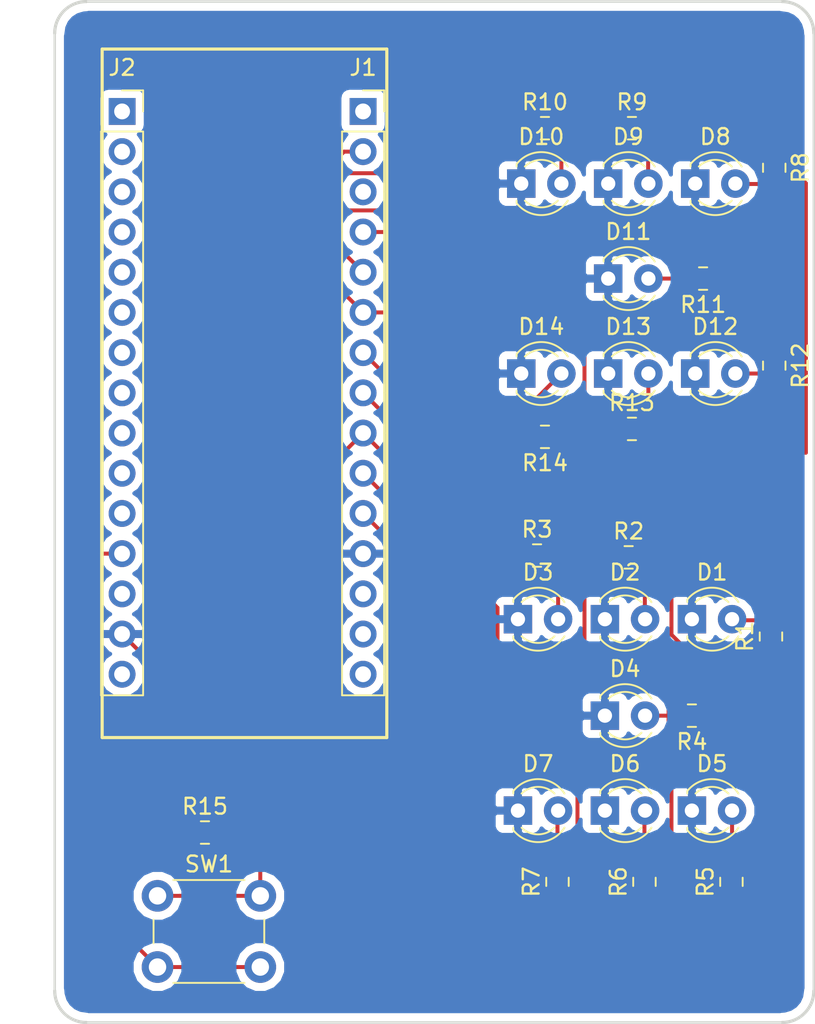
<source format=kicad_pcb>
(kicad_pcb (version 20171130) (host pcbnew "(5.0.1)-3")

  (general
    (thickness 1.6)
    (drawings 12)
    (tracks 117)
    (zones 0)
    (modules 32)
    (nets 43)
  )

  (page A4)
  (layers
    (0 F.Cu signal)
    (31 B.Cu signal)
    (32 B.Adhes user)
    (33 F.Adhes user)
    (34 B.Paste user)
    (35 F.Paste user)
    (36 B.SilkS user)
    (37 F.SilkS user)
    (38 B.Mask user)
    (39 F.Mask user)
    (40 Dwgs.User user)
    (41 Cmts.User user)
    (42 Eco1.User user)
    (43 Eco2.User user)
    (44 Edge.Cuts user)
    (45 Margin user)
    (46 B.CrtYd user)
    (47 F.CrtYd user)
    (48 B.Fab user)
    (49 F.Fab user)
  )

  (setup
    (last_trace_width 0.25)
    (trace_clearance 0.2)
    (zone_clearance 0.508)
    (zone_45_only no)
    (trace_min 0.2)
    (segment_width 0.2)
    (edge_width 0.2)
    (via_size 0.8)
    (via_drill 0.4)
    (via_min_size 0.4)
    (via_min_drill 0.3)
    (uvia_size 0.3)
    (uvia_drill 0.1)
    (uvias_allowed no)
    (uvia_min_size 0.2)
    (uvia_min_drill 0.1)
    (pcb_text_width 0.3)
    (pcb_text_size 1.5 1.5)
    (mod_edge_width 0.15)
    (mod_text_size 1 1)
    (mod_text_width 0.15)
    (pad_size 1.524 1.524)
    (pad_drill 0.762)
    (pad_to_mask_clearance 0.051)
    (solder_mask_min_width 0.25)
    (aux_axis_origin 0 0)
    (visible_elements 7FFFFFFF)
    (pcbplotparams
      (layerselection 0x010fc_ffffffff)
      (usegerberextensions false)
      (usegerberattributes false)
      (usegerberadvancedattributes false)
      (creategerberjobfile false)
      (excludeedgelayer true)
      (linewidth 0.100000)
      (plotframeref false)
      (viasonmask false)
      (mode 1)
      (useauxorigin false)
      (hpglpennumber 1)
      (hpglpenspeed 20)
      (hpglpendiameter 15.000000)
      (psnegative false)
      (psa4output false)
      (plotreference true)
      (plotvalue true)
      (plotinvisibletext false)
      (padsonsilk false)
      (subtractmaskfromsilk false)
      (outputformat 1)
      (mirror false)
      (drillshape 0)
      (scaleselection 1)
      (outputdirectory "./"))
  )

  (net 0 "")
  (net 1 D12)
  (net 2 D11)
  (net 3 D10)
  (net 4 D9)
  (net 5 D8)
  (net 6 D7)
  (net 7 D6)
  (net 8 D5)
  (net 9 D4)
  (net 10 D3)
  (net 11 D2)
  (net 12 GND)
  (net 13 ~RESET)
  (net 14 RX)
  (net 15 TX)
  (net 16 +3V3)
  (net 17 AREF)
  (net 18 A0)
  (net 19 A1)
  (net 20 A2)
  (net 21 A3)
  (net 22 A4)
  (net 23 A5)
  (net 24 A6)
  (net 25 A7)
  (net 26 +5V)
  (net 27 VIN)
  (net 28 D13)
  (net 29 "Net-(D1-Pad2)")
  (net 30 "Net-(D2-Pad2)")
  (net 31 "Net-(D3-Pad2)")
  (net 32 "Net-(D4-Pad2)")
  (net 33 "Net-(D5-Pad2)")
  (net 34 "Net-(D6-Pad2)")
  (net 35 "Net-(D7-Pad2)")
  (net 36 "Net-(D8-Pad2)")
  (net 37 "Net-(D9-Pad2)")
  (net 38 "Net-(D10-Pad2)")
  (net 39 "Net-(D11-Pad2)")
  (net 40 "Net-(D12-Pad2)")
  (net 41 "Net-(D13-Pad2)")
  (net 42 "Net-(D14-Pad2)")

  (net_class Default "This is the default net class."
    (clearance 0.2)
    (trace_width 0.25)
    (via_dia 0.8)
    (via_drill 0.4)
    (uvia_dia 0.3)
    (uvia_drill 0.1)
    (add_net +3V3)
    (add_net +5V)
    (add_net A0)
    (add_net A1)
    (add_net A2)
    (add_net A3)
    (add_net A4)
    (add_net A5)
    (add_net A6)
    (add_net A7)
    (add_net AREF)
    (add_net D10)
    (add_net D11)
    (add_net D12)
    (add_net D13)
    (add_net D2)
    (add_net D3)
    (add_net D4)
    (add_net D5)
    (add_net D6)
    (add_net D7)
    (add_net D8)
    (add_net D9)
    (add_net GND)
    (add_net "Net-(D1-Pad2)")
    (add_net "Net-(D10-Pad2)")
    (add_net "Net-(D11-Pad2)")
    (add_net "Net-(D12-Pad2)")
    (add_net "Net-(D13-Pad2)")
    (add_net "Net-(D14-Pad2)")
    (add_net "Net-(D2-Pad2)")
    (add_net "Net-(D3-Pad2)")
    (add_net "Net-(D4-Pad2)")
    (add_net "Net-(D5-Pad2)")
    (add_net "Net-(D6-Pad2)")
    (add_net "Net-(D7-Pad2)")
    (add_net "Net-(D8-Pad2)")
    (add_net "Net-(D9-Pad2)")
    (add_net RX)
    (add_net TX)
    (add_net VIN)
    (add_net ~RESET)
  )

  (module Connector_PinSocket_2.54mm:PinSocket_1x15_P2.54mm_Vertical locked (layer F.Cu) (tedit 5A19A41D) (tstamp 5D4A1063)
    (at 132 61.44)
    (descr "Through hole straight socket strip, 1x15, 2.54mm pitch, single row (from Kicad 4.0.7), script generated")
    (tags "Through hole socket strip THT 1x15 2.54mm single row")
    (path /5D474826)
    (fp_text reference J1 (at 0 -2.77) (layer F.SilkS)
      (effects (font (size 1 1) (thickness 0.15)))
    )
    (fp_text value Conn_01x15_Female (at 0 38.33) (layer F.Fab)
      (effects (font (size 1 1) (thickness 0.15)))
    )
    (fp_line (start -1.27 -1.27) (end 0.635 -1.27) (layer F.Fab) (width 0.1))
    (fp_line (start 0.635 -1.27) (end 1.27 -0.635) (layer F.Fab) (width 0.1))
    (fp_line (start 1.27 -0.635) (end 1.27 36.83) (layer F.Fab) (width 0.1))
    (fp_line (start 1.27 36.83) (end -1.27 36.83) (layer F.Fab) (width 0.1))
    (fp_line (start -1.27 36.83) (end -1.27 -1.27) (layer F.Fab) (width 0.1))
    (fp_line (start -1.33 1.27) (end 1.33 1.27) (layer F.SilkS) (width 0.12))
    (fp_line (start -1.33 1.27) (end -1.33 36.89) (layer F.SilkS) (width 0.12))
    (fp_line (start -1.33 36.89) (end 1.33 36.89) (layer F.SilkS) (width 0.12))
    (fp_line (start 1.33 1.27) (end 1.33 36.89) (layer F.SilkS) (width 0.12))
    (fp_line (start 1.33 -1.33) (end 1.33 0) (layer F.SilkS) (width 0.12))
    (fp_line (start 0 -1.33) (end 1.33 -1.33) (layer F.SilkS) (width 0.12))
    (fp_line (start -1.8 -1.8) (end 1.75 -1.8) (layer F.CrtYd) (width 0.05))
    (fp_line (start 1.75 -1.8) (end 1.75 37.3) (layer F.CrtYd) (width 0.05))
    (fp_line (start 1.75 37.3) (end -1.8 37.3) (layer F.CrtYd) (width 0.05))
    (fp_line (start -1.8 37.3) (end -1.8 -1.8) (layer F.CrtYd) (width 0.05))
    (fp_text user %R (at 0 17.78 90) (layer F.Fab)
      (effects (font (size 1 1) (thickness 0.15)))
    )
    (pad 1 thru_hole rect (at 0 0) (size 1.7 1.7) (drill 1) (layers *.Cu *.Mask)
      (net 1 D12))
    (pad 2 thru_hole oval (at 0 2.54) (size 1.7 1.7) (drill 1) (layers *.Cu *.Mask)
      (net 2 D11))
    (pad 3 thru_hole oval (at 0 5.08) (size 1.7 1.7) (drill 1) (layers *.Cu *.Mask)
      (net 3 D10))
    (pad 4 thru_hole oval (at 0 7.62) (size 1.7 1.7) (drill 1) (layers *.Cu *.Mask)
      (net 4 D9))
    (pad 5 thru_hole oval (at 0 10.16) (size 1.7 1.7) (drill 1) (layers *.Cu *.Mask)
      (net 5 D8))
    (pad 6 thru_hole oval (at 0 12.7) (size 1.7 1.7) (drill 1) (layers *.Cu *.Mask)
      (net 6 D7))
    (pad 7 thru_hole oval (at 0 15.24) (size 1.7 1.7) (drill 1) (layers *.Cu *.Mask)
      (net 7 D6))
    (pad 8 thru_hole oval (at 0 17.78) (size 1.7 1.7) (drill 1) (layers *.Cu *.Mask)
      (net 8 D5))
    (pad 9 thru_hole oval (at 0 20.32) (size 1.7 1.7) (drill 1) (layers *.Cu *.Mask)
      (net 9 D4))
    (pad 10 thru_hole oval (at 0 22.86) (size 1.7 1.7) (drill 1) (layers *.Cu *.Mask)
      (net 10 D3))
    (pad 11 thru_hole oval (at 0 25.4) (size 1.7 1.7) (drill 1) (layers *.Cu *.Mask)
      (net 11 D2))
    (pad 12 thru_hole oval (at 0 27.94) (size 1.7 1.7) (drill 1) (layers *.Cu *.Mask)
      (net 12 GND))
    (pad 13 thru_hole oval (at 0 30.48) (size 1.7 1.7) (drill 1) (layers *.Cu *.Mask)
      (net 13 ~RESET))
    (pad 14 thru_hole oval (at 0 33.02) (size 1.7 1.7) (drill 1) (layers *.Cu *.Mask)
      (net 14 RX))
    (pad 15 thru_hole oval (at 0 35.56) (size 1.7 1.7) (drill 1) (layers *.Cu *.Mask)
      (net 15 TX))
  )

  (module Connector_PinSocket_2.54mm:PinSocket_1x15_P2.54mm_Vertical locked (layer F.Cu) (tedit 5A19A41D) (tstamp 5D4A1B52)
    (at 116.76 61.44)
    (descr "Through hole straight socket strip, 1x15, 2.54mm pitch, single row (from Kicad 4.0.7), script generated")
    (tags "Through hole socket strip THT 1x15 2.54mm single row")
    (path /5D474868)
    (fp_text reference J2 (at 0 -2.77) (layer F.SilkS)
      (effects (font (size 1 1) (thickness 0.15)))
    )
    (fp_text value Conn_01x15_Female (at 0 38.33) (layer F.Fab)
      (effects (font (size 1 1) (thickness 0.15)))
    )
    (fp_line (start -1.27 -1.27) (end 0.635 -1.27) (layer F.Fab) (width 0.1))
    (fp_line (start 0.635 -1.27) (end 1.27 -0.635) (layer F.Fab) (width 0.1))
    (fp_line (start 1.27 -0.635) (end 1.27 36.83) (layer F.Fab) (width 0.1))
    (fp_line (start 1.27 36.83) (end -1.27 36.83) (layer F.Fab) (width 0.1))
    (fp_line (start -1.27 36.83) (end -1.27 -1.27) (layer F.Fab) (width 0.1))
    (fp_line (start -1.33 1.27) (end 1.33 1.27) (layer F.SilkS) (width 0.12))
    (fp_line (start -1.33 1.27) (end -1.33 36.89) (layer F.SilkS) (width 0.12))
    (fp_line (start -1.33 36.89) (end 1.33 36.89) (layer F.SilkS) (width 0.12))
    (fp_line (start 1.33 1.27) (end 1.33 36.89) (layer F.SilkS) (width 0.12))
    (fp_line (start 1.33 -1.33) (end 1.33 0) (layer F.SilkS) (width 0.12))
    (fp_line (start 0 -1.33) (end 1.33 -1.33) (layer F.SilkS) (width 0.12))
    (fp_line (start -1.8 -1.8) (end 1.75 -1.8) (layer F.CrtYd) (width 0.05))
    (fp_line (start 1.75 -1.8) (end 1.75 37.3) (layer F.CrtYd) (width 0.05))
    (fp_line (start 1.75 37.3) (end -1.8 37.3) (layer F.CrtYd) (width 0.05))
    (fp_line (start -1.8 37.3) (end -1.8 -1.8) (layer F.CrtYd) (width 0.05))
    (fp_text user %R (at 0 17.78 90) (layer F.Fab)
      (effects (font (size 1 1) (thickness 0.15)))
    )
    (pad 1 thru_hole rect (at 0 0) (size 1.7 1.7) (drill 1) (layers *.Cu *.Mask)
      (net 28 D13))
    (pad 2 thru_hole oval (at 0 2.54) (size 1.7 1.7) (drill 1) (layers *.Cu *.Mask)
      (net 16 +3V3))
    (pad 3 thru_hole oval (at 0 5.08) (size 1.7 1.7) (drill 1) (layers *.Cu *.Mask)
      (net 17 AREF))
    (pad 4 thru_hole oval (at 0 7.62) (size 1.7 1.7) (drill 1) (layers *.Cu *.Mask)
      (net 18 A0))
    (pad 5 thru_hole oval (at 0 10.16) (size 1.7 1.7) (drill 1) (layers *.Cu *.Mask)
      (net 19 A1))
    (pad 6 thru_hole oval (at 0 12.7) (size 1.7 1.7) (drill 1) (layers *.Cu *.Mask)
      (net 20 A2))
    (pad 7 thru_hole oval (at 0 15.24) (size 1.7 1.7) (drill 1) (layers *.Cu *.Mask)
      (net 21 A3))
    (pad 8 thru_hole oval (at 0 17.78) (size 1.7 1.7) (drill 1) (layers *.Cu *.Mask)
      (net 22 A4))
    (pad 9 thru_hole oval (at 0 20.32) (size 1.7 1.7) (drill 1) (layers *.Cu *.Mask)
      (net 23 A5))
    (pad 10 thru_hole oval (at 0 22.86) (size 1.7 1.7) (drill 1) (layers *.Cu *.Mask)
      (net 24 A6))
    (pad 11 thru_hole oval (at 0 25.4) (size 1.7 1.7) (drill 1) (layers *.Cu *.Mask)
      (net 25 A7))
    (pad 12 thru_hole oval (at 0 27.94) (size 1.7 1.7) (drill 1) (layers *.Cu *.Mask)
      (net 26 +5V))
    (pad 13 thru_hole oval (at 0 30.48) (size 1.7 1.7) (drill 1) (layers *.Cu *.Mask)
      (net 13 ~RESET))
    (pad 14 thru_hole oval (at 0 33.02) (size 1.7 1.7) (drill 1) (layers *.Cu *.Mask)
      (net 12 GND))
    (pad 15 thru_hole oval (at 0 35.56) (size 1.7 1.7) (drill 1) (layers *.Cu *.Mask)
      (net 27 VIN))
  )

  (module Resistor_SMD:R_0805_2012Metric_Pad1.15x1.40mm_HandSolder (layer F.Cu) (tedit 5B36C52B) (tstamp 5D4A442F)
    (at 157.791829 94.615692 90)
    (descr "Resistor SMD 0805 (2012 Metric), square (rectangular) end terminal, IPC_7351 nominal with elongated pad for handsoldering. (Body size source: https://docs.google.com/spreadsheets/d/1BsfQQcO9C6DZCsRaXUlFlo91Tg2WpOkGARC1WS5S8t0/edit?usp=sharing), generated with kicad-footprint-generator")
    (tags "resistor handsolder")
    (path /5D492E71)
    (attr smd)
    (fp_text reference R1 (at 0 -1.65 90) (layer F.SilkS)
      (effects (font (size 1 1) (thickness 0.15)))
    )
    (fp_text value 220 (at 0 1.65 90) (layer F.Fab)
      (effects (font (size 1 1) (thickness 0.15)))
    )
    (fp_line (start -1 0.6) (end -1 -0.6) (layer F.Fab) (width 0.1))
    (fp_line (start -1 -0.6) (end 1 -0.6) (layer F.Fab) (width 0.1))
    (fp_line (start 1 -0.6) (end 1 0.6) (layer F.Fab) (width 0.1))
    (fp_line (start 1 0.6) (end -1 0.6) (layer F.Fab) (width 0.1))
    (fp_line (start -0.261252 -0.71) (end 0.261252 -0.71) (layer F.SilkS) (width 0.12))
    (fp_line (start -0.261252 0.71) (end 0.261252 0.71) (layer F.SilkS) (width 0.12))
    (fp_line (start -1.85 0.95) (end -1.85 -0.95) (layer F.CrtYd) (width 0.05))
    (fp_line (start -1.85 -0.95) (end 1.85 -0.95) (layer F.CrtYd) (width 0.05))
    (fp_line (start 1.85 -0.95) (end 1.85 0.95) (layer F.CrtYd) (width 0.05))
    (fp_line (start 1.85 0.95) (end -1.85 0.95) (layer F.CrtYd) (width 0.05))
    (fp_text user %R (at 0 0 90) (layer F.Fab)
      (effects (font (size 0.5 0.5) (thickness 0.08)))
    )
    (pad 1 smd roundrect (at -1.025 0 90) (size 1.15 1.4) (layers F.Cu F.Paste F.Mask) (roundrect_rratio 0.217391)
      (net 11 D2))
    (pad 2 smd roundrect (at 1.025 0 90) (size 1.15 1.4) (layers F.Cu F.Paste F.Mask) (roundrect_rratio 0.217391)
      (net 29 "Net-(D1-Pad2)"))
    (model ${KISYS3DMOD}/Resistor_SMD.3dshapes/R_0805_2012Metric.wrl
      (at (xyz 0 0 0))
      (scale (xyz 1 1 1))
      (rotate (xyz 0 0 0))
    )
  )

  (module Resistor_SMD:R_0805_2012Metric_Pad1.15x1.40mm_HandSolder (layer F.Cu) (tedit 5B36C52B) (tstamp 5D4A4440)
    (at 148.791829 89.615692)
    (descr "Resistor SMD 0805 (2012 Metric), square (rectangular) end terminal, IPC_7351 nominal with elongated pad for handsoldering. (Body size source: https://docs.google.com/spreadsheets/d/1BsfQQcO9C6DZCsRaXUlFlo91Tg2WpOkGARC1WS5S8t0/edit?usp=sharing), generated with kicad-footprint-generator")
    (tags "resistor handsolder")
    (path /5D4A06DC)
    (attr smd)
    (fp_text reference R2 (at 0 -1.65) (layer F.SilkS)
      (effects (font (size 1 1) (thickness 0.15)))
    )
    (fp_text value 220 (at 0 1.65) (layer F.Fab)
      (effects (font (size 1 1) (thickness 0.15)))
    )
    (fp_line (start -1 0.6) (end -1 -0.6) (layer F.Fab) (width 0.1))
    (fp_line (start -1 -0.6) (end 1 -0.6) (layer F.Fab) (width 0.1))
    (fp_line (start 1 -0.6) (end 1 0.6) (layer F.Fab) (width 0.1))
    (fp_line (start 1 0.6) (end -1 0.6) (layer F.Fab) (width 0.1))
    (fp_line (start -0.261252 -0.71) (end 0.261252 -0.71) (layer F.SilkS) (width 0.12))
    (fp_line (start -0.261252 0.71) (end 0.261252 0.71) (layer F.SilkS) (width 0.12))
    (fp_line (start -1.85 0.95) (end -1.85 -0.95) (layer F.CrtYd) (width 0.05))
    (fp_line (start -1.85 -0.95) (end 1.85 -0.95) (layer F.CrtYd) (width 0.05))
    (fp_line (start 1.85 -0.95) (end 1.85 0.95) (layer F.CrtYd) (width 0.05))
    (fp_line (start 1.85 0.95) (end -1.85 0.95) (layer F.CrtYd) (width 0.05))
    (fp_text user %R (at 0 0 180) (layer F.Fab)
      (effects (font (size 0.5 0.5) (thickness 0.08)))
    )
    (pad 1 smd roundrect (at -1.025 0) (size 1.15 1.4) (layers F.Cu F.Paste F.Mask) (roundrect_rratio 0.217391)
      (net 10 D3))
    (pad 2 smd roundrect (at 1.025 0) (size 1.15 1.4) (layers F.Cu F.Paste F.Mask) (roundrect_rratio 0.217391)
      (net 30 "Net-(D2-Pad2)"))
    (model ${KISYS3DMOD}/Resistor_SMD.3dshapes/R_0805_2012Metric.wrl
      (at (xyz 0 0 0))
      (scale (xyz 1 1 1))
      (rotate (xyz 0 0 0))
    )
  )

  (module Resistor_SMD:R_0805_2012Metric_Pad1.15x1.40mm_HandSolder (layer F.Cu) (tedit 5B36C52B) (tstamp 5D4A4451)
    (at 143 89.5)
    (descr "Resistor SMD 0805 (2012 Metric), square (rectangular) end terminal, IPC_7351 nominal with elongated pad for handsoldering. (Body size source: https://docs.google.com/spreadsheets/d/1BsfQQcO9C6DZCsRaXUlFlo91Tg2WpOkGARC1WS5S8t0/edit?usp=sharing), generated with kicad-footprint-generator")
    (tags "resistor handsolder")
    (path /5D496DCE)
    (attr smd)
    (fp_text reference R3 (at 0 -1.65) (layer F.SilkS)
      (effects (font (size 1 1) (thickness 0.15)))
    )
    (fp_text value 220 (at 0 1.65) (layer F.Fab)
      (effects (font (size 1 1) (thickness 0.15)))
    )
    (fp_line (start -1 0.6) (end -1 -0.6) (layer F.Fab) (width 0.1))
    (fp_line (start -1 -0.6) (end 1 -0.6) (layer F.Fab) (width 0.1))
    (fp_line (start 1 -0.6) (end 1 0.6) (layer F.Fab) (width 0.1))
    (fp_line (start 1 0.6) (end -1 0.6) (layer F.Fab) (width 0.1))
    (fp_line (start -0.261252 -0.71) (end 0.261252 -0.71) (layer F.SilkS) (width 0.12))
    (fp_line (start -0.261252 0.71) (end 0.261252 0.71) (layer F.SilkS) (width 0.12))
    (fp_line (start -1.85 0.95) (end -1.85 -0.95) (layer F.CrtYd) (width 0.05))
    (fp_line (start -1.85 -0.95) (end 1.85 -0.95) (layer F.CrtYd) (width 0.05))
    (fp_line (start 1.85 -0.95) (end 1.85 0.95) (layer F.CrtYd) (width 0.05))
    (fp_line (start 1.85 0.95) (end -1.85 0.95) (layer F.CrtYd) (width 0.05))
    (fp_text user %R (at 0 0) (layer F.Fab)
      (effects (font (size 0.5 0.5) (thickness 0.08)))
    )
    (pad 1 smd roundrect (at -1.025 0) (size 1.15 1.4) (layers F.Cu F.Paste F.Mask) (roundrect_rratio 0.217391)
      (net 9 D4))
    (pad 2 smd roundrect (at 1.025 0) (size 1.15 1.4) (layers F.Cu F.Paste F.Mask) (roundrect_rratio 0.217391)
      (net 31 "Net-(D3-Pad2)"))
    (model ${KISYS3DMOD}/Resistor_SMD.3dshapes/R_0805_2012Metric.wrl
      (at (xyz 0 0 0))
      (scale (xyz 1 1 1))
      (rotate (xyz 0 0 0))
    )
  )

  (module Resistor_SMD:R_0805_2012Metric_Pad1.15x1.40mm_HandSolder (layer F.Cu) (tedit 5B36C52B) (tstamp 5D4A4462)
    (at 152.791829 99.615692 180)
    (descr "Resistor SMD 0805 (2012 Metric), square (rectangular) end terminal, IPC_7351 nominal with elongated pad for handsoldering. (Body size source: https://docs.google.com/spreadsheets/d/1BsfQQcO9C6DZCsRaXUlFlo91Tg2WpOkGARC1WS5S8t0/edit?usp=sharing), generated with kicad-footprint-generator")
    (tags "resistor handsolder")
    (path /5D49585D)
    (attr smd)
    (fp_text reference R4 (at 0 -1.65 180) (layer F.SilkS)
      (effects (font (size 1 1) (thickness 0.15)))
    )
    (fp_text value 220 (at 0 1.65 180) (layer F.Fab)
      (effects (font (size 1 1) (thickness 0.15)))
    )
    (fp_text user %R (at 0 0 180) (layer F.Fab)
      (effects (font (size 0.5 0.5) (thickness 0.08)))
    )
    (fp_line (start 1.85 0.95) (end -1.85 0.95) (layer F.CrtYd) (width 0.05))
    (fp_line (start 1.85 -0.95) (end 1.85 0.95) (layer F.CrtYd) (width 0.05))
    (fp_line (start -1.85 -0.95) (end 1.85 -0.95) (layer F.CrtYd) (width 0.05))
    (fp_line (start -1.85 0.95) (end -1.85 -0.95) (layer F.CrtYd) (width 0.05))
    (fp_line (start -0.261252 0.71) (end 0.261252 0.71) (layer F.SilkS) (width 0.12))
    (fp_line (start -0.261252 -0.71) (end 0.261252 -0.71) (layer F.SilkS) (width 0.12))
    (fp_line (start 1 0.6) (end -1 0.6) (layer F.Fab) (width 0.1))
    (fp_line (start 1 -0.6) (end 1 0.6) (layer F.Fab) (width 0.1))
    (fp_line (start -1 -0.6) (end 1 -0.6) (layer F.Fab) (width 0.1))
    (fp_line (start -1 0.6) (end -1 -0.6) (layer F.Fab) (width 0.1))
    (pad 2 smd roundrect (at 1.025 0 180) (size 1.15 1.4) (layers F.Cu F.Paste F.Mask) (roundrect_rratio 0.217391)
      (net 32 "Net-(D4-Pad2)"))
    (pad 1 smd roundrect (at -1.025 0 180) (size 1.15 1.4) (layers F.Cu F.Paste F.Mask) (roundrect_rratio 0.217391)
      (net 8 D5))
    (model ${KISYS3DMOD}/Resistor_SMD.3dshapes/R_0805_2012Metric.wrl
      (at (xyz 0 0 0))
      (scale (xyz 1 1 1))
      (rotate (xyz 0 0 0))
    )
  )

  (module Resistor_SMD:R_0805_2012Metric_Pad1.15x1.40mm_HandSolder (layer F.Cu) (tedit 5B36C52B) (tstamp 5D4A4473)
    (at 155.291829 110.115692 90)
    (descr "Resistor SMD 0805 (2012 Metric), square (rectangular) end terminal, IPC_7351 nominal with elongated pad for handsoldering. (Body size source: https://docs.google.com/spreadsheets/d/1BsfQQcO9C6DZCsRaXUlFlo91Tg2WpOkGARC1WS5S8t0/edit?usp=sharing), generated with kicad-footprint-generator")
    (tags "resistor handsolder")
    (path /5D495821)
    (attr smd)
    (fp_text reference R5 (at 0 -1.65 90) (layer F.SilkS)
      (effects (font (size 1 1) (thickness 0.15)))
    )
    (fp_text value 220 (at 0 1.65 90) (layer F.Fab)
      (effects (font (size 1 1) (thickness 0.15)))
    )
    (fp_line (start -1 0.6) (end -1 -0.6) (layer F.Fab) (width 0.1))
    (fp_line (start -1 -0.6) (end 1 -0.6) (layer F.Fab) (width 0.1))
    (fp_line (start 1 -0.6) (end 1 0.6) (layer F.Fab) (width 0.1))
    (fp_line (start 1 0.6) (end -1 0.6) (layer F.Fab) (width 0.1))
    (fp_line (start -0.261252 -0.71) (end 0.261252 -0.71) (layer F.SilkS) (width 0.12))
    (fp_line (start -0.261252 0.71) (end 0.261252 0.71) (layer F.SilkS) (width 0.12))
    (fp_line (start -1.85 0.95) (end -1.85 -0.95) (layer F.CrtYd) (width 0.05))
    (fp_line (start -1.85 -0.95) (end 1.85 -0.95) (layer F.CrtYd) (width 0.05))
    (fp_line (start 1.85 -0.95) (end 1.85 0.95) (layer F.CrtYd) (width 0.05))
    (fp_line (start 1.85 0.95) (end -1.85 0.95) (layer F.CrtYd) (width 0.05))
    (fp_text user %R (at 0 0 90) (layer F.Fab)
      (effects (font (size 0.5 0.5) (thickness 0.08)))
    )
    (pad 1 smd roundrect (at -1.025 0 90) (size 1.15 1.4) (layers F.Cu F.Paste F.Mask) (roundrect_rratio 0.217391)
      (net 9 D4))
    (pad 2 smd roundrect (at 1.025 0 90) (size 1.15 1.4) (layers F.Cu F.Paste F.Mask) (roundrect_rratio 0.217391)
      (net 33 "Net-(D5-Pad2)"))
    (model ${KISYS3DMOD}/Resistor_SMD.3dshapes/R_0805_2012Metric.wrl
      (at (xyz 0 0 0))
      (scale (xyz 1 1 1))
      (rotate (xyz 0 0 0))
    )
  )

  (module Resistor_SMD:R_0805_2012Metric_Pad1.15x1.40mm_HandSolder (layer F.Cu) (tedit 5B36C52B) (tstamp 5D4A4484)
    (at 149.791829 110.115692 90)
    (descr "Resistor SMD 0805 (2012 Metric), square (rectangular) end terminal, IPC_7351 nominal with elongated pad for handsoldering. (Body size source: https://docs.google.com/spreadsheets/d/1BsfQQcO9C6DZCsRaXUlFlo91Tg2WpOkGARC1WS5S8t0/edit?usp=sharing), generated with kicad-footprint-generator")
    (tags "resistor handsolder")
    (path /5D4A06E3)
    (attr smd)
    (fp_text reference R6 (at 0 -1.65 90) (layer F.SilkS)
      (effects (font (size 1 1) (thickness 0.15)))
    )
    (fp_text value 220 (at 0 1.65 90) (layer F.Fab)
      (effects (font (size 1 1) (thickness 0.15)))
    )
    (fp_text user %R (at 0 0 90) (layer F.Fab)
      (effects (font (size 0.5 0.5) (thickness 0.08)))
    )
    (fp_line (start 1.85 0.95) (end -1.85 0.95) (layer F.CrtYd) (width 0.05))
    (fp_line (start 1.85 -0.95) (end 1.85 0.95) (layer F.CrtYd) (width 0.05))
    (fp_line (start -1.85 -0.95) (end 1.85 -0.95) (layer F.CrtYd) (width 0.05))
    (fp_line (start -1.85 0.95) (end -1.85 -0.95) (layer F.CrtYd) (width 0.05))
    (fp_line (start -0.261252 0.71) (end 0.261252 0.71) (layer F.SilkS) (width 0.12))
    (fp_line (start -0.261252 -0.71) (end 0.261252 -0.71) (layer F.SilkS) (width 0.12))
    (fp_line (start 1 0.6) (end -1 0.6) (layer F.Fab) (width 0.1))
    (fp_line (start 1 -0.6) (end 1 0.6) (layer F.Fab) (width 0.1))
    (fp_line (start -1 -0.6) (end 1 -0.6) (layer F.Fab) (width 0.1))
    (fp_line (start -1 0.6) (end -1 -0.6) (layer F.Fab) (width 0.1))
    (pad 2 smd roundrect (at 1.025 0 90) (size 1.15 1.4) (layers F.Cu F.Paste F.Mask) (roundrect_rratio 0.217391)
      (net 34 "Net-(D6-Pad2)"))
    (pad 1 smd roundrect (at -1.025 0 90) (size 1.15 1.4) (layers F.Cu F.Paste F.Mask) (roundrect_rratio 0.217391)
      (net 10 D3))
    (model ${KISYS3DMOD}/Resistor_SMD.3dshapes/R_0805_2012Metric.wrl
      (at (xyz 0 0 0))
      (scale (xyz 1 1 1))
      (rotate (xyz 0 0 0))
    )
  )

  (module Resistor_SMD:R_0805_2012Metric_Pad1.15x1.40mm_HandSolder (layer F.Cu) (tedit 5B36C52B) (tstamp 5D4A4495)
    (at 144.291829 110.115692 90)
    (descr "Resistor SMD 0805 (2012 Metric), square (rectangular) end terminal, IPC_7351 nominal with elongated pad for handsoldering. (Body size source: https://docs.google.com/spreadsheets/d/1BsfQQcO9C6DZCsRaXUlFlo91Tg2WpOkGARC1WS5S8t0/edit?usp=sharing), generated with kicad-footprint-generator")
    (tags "resistor handsolder")
    (path /5D496E10)
    (attr smd)
    (fp_text reference R7 (at 0 -1.65 90) (layer F.SilkS)
      (effects (font (size 1 1) (thickness 0.15)))
    )
    (fp_text value 220 (at 0 1.65 90) (layer F.Fab)
      (effects (font (size 1 1) (thickness 0.15)))
    )
    (fp_text user %R (at 0 0 90) (layer F.Fab)
      (effects (font (size 0.5 0.5) (thickness 0.08)))
    )
    (fp_line (start 1.85 0.95) (end -1.85 0.95) (layer F.CrtYd) (width 0.05))
    (fp_line (start 1.85 -0.95) (end 1.85 0.95) (layer F.CrtYd) (width 0.05))
    (fp_line (start -1.85 -0.95) (end 1.85 -0.95) (layer F.CrtYd) (width 0.05))
    (fp_line (start -1.85 0.95) (end -1.85 -0.95) (layer F.CrtYd) (width 0.05))
    (fp_line (start -0.261252 0.71) (end 0.261252 0.71) (layer F.SilkS) (width 0.12))
    (fp_line (start -0.261252 -0.71) (end 0.261252 -0.71) (layer F.SilkS) (width 0.12))
    (fp_line (start 1 0.6) (end -1 0.6) (layer F.Fab) (width 0.1))
    (fp_line (start 1 -0.6) (end 1 0.6) (layer F.Fab) (width 0.1))
    (fp_line (start -1 -0.6) (end 1 -0.6) (layer F.Fab) (width 0.1))
    (fp_line (start -1 0.6) (end -1 -0.6) (layer F.Fab) (width 0.1))
    (pad 2 smd roundrect (at 1.025 0 90) (size 1.15 1.4) (layers F.Cu F.Paste F.Mask) (roundrect_rratio 0.217391)
      (net 35 "Net-(D7-Pad2)"))
    (pad 1 smd roundrect (at -1.025 0 90) (size 1.15 1.4) (layers F.Cu F.Paste F.Mask) (roundrect_rratio 0.217391)
      (net 11 D2))
    (model ${KISYS3DMOD}/Resistor_SMD.3dshapes/R_0805_2012Metric.wrl
      (at (xyz 0 0 0))
      (scale (xyz 1 1 1))
      (rotate (xyz 0 0 0))
    )
  )

  (module LED_THT:LED_D3.0mm (layer F.Cu) (tedit 587A3A7B) (tstamp 5D4A596D)
    (at 152.791829 93.520693)
    (descr "LED, diameter 3.0mm, 2 pins")
    (tags "LED diameter 3.0mm 2 pins")
    (path /5D48B434)
    (fp_text reference D1 (at 1.27 -2.96) (layer F.SilkS)
      (effects (font (size 1 1) (thickness 0.15)))
    )
    (fp_text value LED (at 1.27 2.96) (layer F.Fab)
      (effects (font (size 1 1) (thickness 0.15)))
    )
    (fp_arc (start 1.27 0) (end -0.23 -1.16619) (angle 284.3) (layer F.Fab) (width 0.1))
    (fp_arc (start 1.27 0) (end -0.29 -1.235516) (angle 108.8) (layer F.SilkS) (width 0.12))
    (fp_arc (start 1.27 0) (end -0.29 1.235516) (angle -108.8) (layer F.SilkS) (width 0.12))
    (fp_arc (start 1.27 0) (end 0.229039 -1.08) (angle 87.9) (layer F.SilkS) (width 0.12))
    (fp_arc (start 1.27 0) (end 0.229039 1.08) (angle -87.9) (layer F.SilkS) (width 0.12))
    (fp_circle (center 1.27 0) (end 2.77 0) (layer F.Fab) (width 0.1))
    (fp_line (start -0.23 -1.16619) (end -0.23 1.16619) (layer F.Fab) (width 0.1))
    (fp_line (start -0.29 -1.236) (end -0.29 -1.08) (layer F.SilkS) (width 0.12))
    (fp_line (start -0.29 1.08) (end -0.29 1.236) (layer F.SilkS) (width 0.12))
    (fp_line (start -1.15 -2.25) (end -1.15 2.25) (layer F.CrtYd) (width 0.05))
    (fp_line (start -1.15 2.25) (end 3.7 2.25) (layer F.CrtYd) (width 0.05))
    (fp_line (start 3.7 2.25) (end 3.7 -2.25) (layer F.CrtYd) (width 0.05))
    (fp_line (start 3.7 -2.25) (end -1.15 -2.25) (layer F.CrtYd) (width 0.05))
    (pad 1 thru_hole rect (at 0 0) (size 1.8 1.8) (drill 0.9) (layers *.Cu *.Mask)
      (net 12 GND))
    (pad 2 thru_hole circle (at 2.54 0) (size 1.8 1.8) (drill 0.9) (layers *.Cu *.Mask)
      (net 29 "Net-(D1-Pad2)"))
    (model ${KISYS3DMOD}/LED_THT.3dshapes/LED_D3.0mm.wrl
      (at (xyz 0 0 0))
      (scale (xyz 1 1 1))
      (rotate (xyz 0 0 0))
    )
  )

  (module LED_THT:LED_D3.0mm (layer F.Cu) (tedit 587A3A7B) (tstamp 5D4A5980)
    (at 147.291829 93.520693)
    (descr "LED, diameter 3.0mm, 2 pins")
    (tags "LED diameter 3.0mm 2 pins")
    (path /5D4A06C0)
    (fp_text reference D2 (at 1.27 -2.96) (layer F.SilkS)
      (effects (font (size 1 1) (thickness 0.15)))
    )
    (fp_text value LED (at 1.27 2.96) (layer F.Fab)
      (effects (font (size 1 1) (thickness 0.15)))
    )
    (fp_line (start 3.7 -2.25) (end -1.15 -2.25) (layer F.CrtYd) (width 0.05))
    (fp_line (start 3.7 2.25) (end 3.7 -2.25) (layer F.CrtYd) (width 0.05))
    (fp_line (start -1.15 2.25) (end 3.7 2.25) (layer F.CrtYd) (width 0.05))
    (fp_line (start -1.15 -2.25) (end -1.15 2.25) (layer F.CrtYd) (width 0.05))
    (fp_line (start -0.29 1.08) (end -0.29 1.236) (layer F.SilkS) (width 0.12))
    (fp_line (start -0.29 -1.236) (end -0.29 -1.08) (layer F.SilkS) (width 0.12))
    (fp_line (start -0.23 -1.16619) (end -0.23 1.16619) (layer F.Fab) (width 0.1))
    (fp_circle (center 1.27 0) (end 2.77 0) (layer F.Fab) (width 0.1))
    (fp_arc (start 1.27 0) (end 0.229039 1.08) (angle -87.9) (layer F.SilkS) (width 0.12))
    (fp_arc (start 1.27 0) (end 0.229039 -1.08) (angle 87.9) (layer F.SilkS) (width 0.12))
    (fp_arc (start 1.27 0) (end -0.29 1.235516) (angle -108.8) (layer F.SilkS) (width 0.12))
    (fp_arc (start 1.27 0) (end -0.29 -1.235516) (angle 108.8) (layer F.SilkS) (width 0.12))
    (fp_arc (start 1.27 0) (end -0.23 -1.16619) (angle 284.3) (layer F.Fab) (width 0.1))
    (pad 2 thru_hole circle (at 2.54 0) (size 1.8 1.8) (drill 0.9) (layers *.Cu *.Mask)
      (net 30 "Net-(D2-Pad2)"))
    (pad 1 thru_hole rect (at 0 0) (size 1.8 1.8) (drill 0.9) (layers *.Cu *.Mask)
      (net 12 GND))
    (model ${KISYS3DMOD}/LED_THT.3dshapes/LED_D3.0mm.wrl
      (at (xyz 0 0 0))
      (scale (xyz 1 1 1))
      (rotate (xyz 0 0 0))
    )
  )

  (module LED_THT:LED_D3.0mm (layer F.Cu) (tedit 587A3A7B) (tstamp 5D4A5993)
    (at 141.791829 93.520693)
    (descr "LED, diameter 3.0mm, 2 pins")
    (tags "LED diameter 3.0mm 2 pins")
    (path /5D48C8C4)
    (fp_text reference D3 (at 1.27 -2.96) (layer F.SilkS)
      (effects (font (size 1 1) (thickness 0.15)))
    )
    (fp_text value LED (at 1.27 2.96) (layer F.Fab)
      (effects (font (size 1 1) (thickness 0.15)))
    )
    (fp_line (start 3.7 -2.25) (end -1.15 -2.25) (layer F.CrtYd) (width 0.05))
    (fp_line (start 3.7 2.25) (end 3.7 -2.25) (layer F.CrtYd) (width 0.05))
    (fp_line (start -1.15 2.25) (end 3.7 2.25) (layer F.CrtYd) (width 0.05))
    (fp_line (start -1.15 -2.25) (end -1.15 2.25) (layer F.CrtYd) (width 0.05))
    (fp_line (start -0.29 1.08) (end -0.29 1.236) (layer F.SilkS) (width 0.12))
    (fp_line (start -0.29 -1.236) (end -0.29 -1.08) (layer F.SilkS) (width 0.12))
    (fp_line (start -0.23 -1.16619) (end -0.23 1.16619) (layer F.Fab) (width 0.1))
    (fp_circle (center 1.27 0) (end 2.77 0) (layer F.Fab) (width 0.1))
    (fp_arc (start 1.27 0) (end 0.229039 1.08) (angle -87.9) (layer F.SilkS) (width 0.12))
    (fp_arc (start 1.27 0) (end 0.229039 -1.08) (angle 87.9) (layer F.SilkS) (width 0.12))
    (fp_arc (start 1.27 0) (end -0.29 1.235516) (angle -108.8) (layer F.SilkS) (width 0.12))
    (fp_arc (start 1.27 0) (end -0.29 -1.235516) (angle 108.8) (layer F.SilkS) (width 0.12))
    (fp_arc (start 1.27 0) (end -0.23 -1.16619) (angle 284.3) (layer F.Fab) (width 0.1))
    (pad 2 thru_hole circle (at 2.54 0) (size 1.8 1.8) (drill 0.9) (layers *.Cu *.Mask)
      (net 31 "Net-(D3-Pad2)"))
    (pad 1 thru_hole rect (at 0 0) (size 1.8 1.8) (drill 0.9) (layers *.Cu *.Mask)
      (net 12 GND))
    (model ${KISYS3DMOD}/LED_THT.3dshapes/LED_D3.0mm.wrl
      (at (xyz 0 0 0))
      (scale (xyz 1 1 1))
      (rotate (xyz 0 0 0))
    )
  )

  (module LED_THT:LED_D3.0mm (layer F.Cu) (tedit 587A3A7B) (tstamp 5D4A59A6)
    (at 147.291829 99.615692)
    (descr "LED, diameter 3.0mm, 2 pins")
    (tags "LED diameter 3.0mm 2 pins")
    (path /5D48C882)
    (fp_text reference D4 (at 1.27 -2.96) (layer F.SilkS)
      (effects (font (size 1 1) (thickness 0.15)))
    )
    (fp_text value LED (at 1.27 2.96) (layer F.Fab)
      (effects (font (size 1 1) (thickness 0.15)))
    )
    (fp_arc (start 1.27 0) (end -0.23 -1.16619) (angle 284.3) (layer F.Fab) (width 0.1))
    (fp_arc (start 1.27 0) (end -0.29 -1.235516) (angle 108.8) (layer F.SilkS) (width 0.12))
    (fp_arc (start 1.27 0) (end -0.29 1.235516) (angle -108.8) (layer F.SilkS) (width 0.12))
    (fp_arc (start 1.27 0) (end 0.229039 -1.08) (angle 87.9) (layer F.SilkS) (width 0.12))
    (fp_arc (start 1.27 0) (end 0.229039 1.08) (angle -87.9) (layer F.SilkS) (width 0.12))
    (fp_circle (center 1.27 0) (end 2.77 0) (layer F.Fab) (width 0.1))
    (fp_line (start -0.23 -1.16619) (end -0.23 1.16619) (layer F.Fab) (width 0.1))
    (fp_line (start -0.29 -1.236) (end -0.29 -1.08) (layer F.SilkS) (width 0.12))
    (fp_line (start -0.29 1.08) (end -0.29 1.236) (layer F.SilkS) (width 0.12))
    (fp_line (start -1.15 -2.25) (end -1.15 2.25) (layer F.CrtYd) (width 0.05))
    (fp_line (start -1.15 2.25) (end 3.7 2.25) (layer F.CrtYd) (width 0.05))
    (fp_line (start 3.7 2.25) (end 3.7 -2.25) (layer F.CrtYd) (width 0.05))
    (fp_line (start 3.7 -2.25) (end -1.15 -2.25) (layer F.CrtYd) (width 0.05))
    (pad 1 thru_hole rect (at 0 0) (size 1.8 1.8) (drill 0.9) (layers *.Cu *.Mask)
      (net 12 GND))
    (pad 2 thru_hole circle (at 2.54 0) (size 1.8 1.8) (drill 0.9) (layers *.Cu *.Mask)
      (net 32 "Net-(D4-Pad2)"))
    (model ${KISYS3DMOD}/LED_THT.3dshapes/LED_D3.0mm.wrl
      (at (xyz 0 0 0))
      (scale (xyz 1 1 1))
      (rotate (xyz 0 0 0))
    )
  )

  (module LED_THT:LED_D3.0mm (layer F.Cu) (tedit 587A3A7B) (tstamp 5D4A59B9)
    (at 152.791829 105.615692)
    (descr "LED, diameter 3.0mm, 2 pins")
    (tags "LED diameter 3.0mm 2 pins")
    (path /5D48B4AA)
    (fp_text reference D5 (at 1.27 -2.96) (layer F.SilkS)
      (effects (font (size 1 1) (thickness 0.15)))
    )
    (fp_text value LED (at 1.27 2.96) (layer F.Fab)
      (effects (font (size 1 1) (thickness 0.15)))
    )
    (fp_line (start 3.7 -2.25) (end -1.15 -2.25) (layer F.CrtYd) (width 0.05))
    (fp_line (start 3.7 2.25) (end 3.7 -2.25) (layer F.CrtYd) (width 0.05))
    (fp_line (start -1.15 2.25) (end 3.7 2.25) (layer F.CrtYd) (width 0.05))
    (fp_line (start -1.15 -2.25) (end -1.15 2.25) (layer F.CrtYd) (width 0.05))
    (fp_line (start -0.29 1.08) (end -0.29 1.236) (layer F.SilkS) (width 0.12))
    (fp_line (start -0.29 -1.236) (end -0.29 -1.08) (layer F.SilkS) (width 0.12))
    (fp_line (start -0.23 -1.16619) (end -0.23 1.16619) (layer F.Fab) (width 0.1))
    (fp_circle (center 1.27 0) (end 2.77 0) (layer F.Fab) (width 0.1))
    (fp_arc (start 1.27 0) (end 0.229039 1.08) (angle -87.9) (layer F.SilkS) (width 0.12))
    (fp_arc (start 1.27 0) (end 0.229039 -1.08) (angle 87.9) (layer F.SilkS) (width 0.12))
    (fp_arc (start 1.27 0) (end -0.29 1.235516) (angle -108.8) (layer F.SilkS) (width 0.12))
    (fp_arc (start 1.27 0) (end -0.29 -1.235516) (angle 108.8) (layer F.SilkS) (width 0.12))
    (fp_arc (start 1.27 0) (end -0.23 -1.16619) (angle 284.3) (layer F.Fab) (width 0.1))
    (pad 2 thru_hole circle (at 2.54 0) (size 1.8 1.8) (drill 0.9) (layers *.Cu *.Mask)
      (net 33 "Net-(D5-Pad2)"))
    (pad 1 thru_hole rect (at 0 0) (size 1.8 1.8) (drill 0.9) (layers *.Cu *.Mask)
      (net 12 GND))
    (model ${KISYS3DMOD}/LED_THT.3dshapes/LED_D3.0mm.wrl
      (at (xyz 0 0 0))
      (scale (xyz 1 1 1))
      (rotate (xyz 0 0 0))
    )
  )

  (module LED_THT:LED_D3.0mm (layer F.Cu) (tedit 587A3A7B) (tstamp 5D4A59CC)
    (at 147.291829 105.615692)
    (descr "LED, diameter 3.0mm, 2 pins")
    (tags "LED diameter 3.0mm 2 pins")
    (path /5D4A06C7)
    (fp_text reference D6 (at 1.27 -2.96) (layer F.SilkS)
      (effects (font (size 1 1) (thickness 0.15)))
    )
    (fp_text value LED (at 1.27 2.96) (layer F.Fab)
      (effects (font (size 1 1) (thickness 0.15)))
    )
    (fp_arc (start 1.27 0) (end -0.23 -1.16619) (angle 284.3) (layer F.Fab) (width 0.1))
    (fp_arc (start 1.27 0) (end -0.29 -1.235516) (angle 108.8) (layer F.SilkS) (width 0.12))
    (fp_arc (start 1.27 0) (end -0.29 1.235516) (angle -108.8) (layer F.SilkS) (width 0.12))
    (fp_arc (start 1.27 0) (end 0.229039 -1.08) (angle 87.9) (layer F.SilkS) (width 0.12))
    (fp_arc (start 1.27 0) (end 0.229039 1.08) (angle -87.9) (layer F.SilkS) (width 0.12))
    (fp_circle (center 1.27 0) (end 2.77 0) (layer F.Fab) (width 0.1))
    (fp_line (start -0.23 -1.16619) (end -0.23 1.16619) (layer F.Fab) (width 0.1))
    (fp_line (start -0.29 -1.236) (end -0.29 -1.08) (layer F.SilkS) (width 0.12))
    (fp_line (start -0.29 1.08) (end -0.29 1.236) (layer F.SilkS) (width 0.12))
    (fp_line (start -1.15 -2.25) (end -1.15 2.25) (layer F.CrtYd) (width 0.05))
    (fp_line (start -1.15 2.25) (end 3.7 2.25) (layer F.CrtYd) (width 0.05))
    (fp_line (start 3.7 2.25) (end 3.7 -2.25) (layer F.CrtYd) (width 0.05))
    (fp_line (start 3.7 -2.25) (end -1.15 -2.25) (layer F.CrtYd) (width 0.05))
    (pad 1 thru_hole rect (at 0 0) (size 1.8 1.8) (drill 0.9) (layers *.Cu *.Mask)
      (net 12 GND))
    (pad 2 thru_hole circle (at 2.54 0) (size 1.8 1.8) (drill 0.9) (layers *.Cu *.Mask)
      (net 34 "Net-(D6-Pad2)"))
    (model ${KISYS3DMOD}/LED_THT.3dshapes/LED_D3.0mm.wrl
      (at (xyz 0 0 0))
      (scale (xyz 1 1 1))
      (rotate (xyz 0 0 0))
    )
  )

  (module LED_THT:LED_D3.0mm (layer F.Cu) (tedit 587A3A7B) (tstamp 5D4A59DF)
    (at 141.791829 105.615692)
    (descr "LED, diameter 3.0mm, 2 pins")
    (tags "LED diameter 3.0mm 2 pins")
    (path /5D48C8FC)
    (fp_text reference D7 (at 1.27 -2.96) (layer F.SilkS)
      (effects (font (size 1 1) (thickness 0.15)))
    )
    (fp_text value LED (at 1.27 2.96) (layer F.Fab)
      (effects (font (size 1 1) (thickness 0.15)))
    )
    (fp_arc (start 1.27 0) (end -0.23 -1.16619) (angle 284.3) (layer F.Fab) (width 0.1))
    (fp_arc (start 1.27 0) (end -0.29 -1.235516) (angle 108.8) (layer F.SilkS) (width 0.12))
    (fp_arc (start 1.27 0) (end -0.29 1.235516) (angle -108.8) (layer F.SilkS) (width 0.12))
    (fp_arc (start 1.27 0) (end 0.229039 -1.08) (angle 87.9) (layer F.SilkS) (width 0.12))
    (fp_arc (start 1.27 0) (end 0.229039 1.08) (angle -87.9) (layer F.SilkS) (width 0.12))
    (fp_circle (center 1.27 0) (end 2.77 0) (layer F.Fab) (width 0.1))
    (fp_line (start -0.23 -1.16619) (end -0.23 1.16619) (layer F.Fab) (width 0.1))
    (fp_line (start -0.29 -1.236) (end -0.29 -1.08) (layer F.SilkS) (width 0.12))
    (fp_line (start -0.29 1.08) (end -0.29 1.236) (layer F.SilkS) (width 0.12))
    (fp_line (start -1.15 -2.25) (end -1.15 2.25) (layer F.CrtYd) (width 0.05))
    (fp_line (start -1.15 2.25) (end 3.7 2.25) (layer F.CrtYd) (width 0.05))
    (fp_line (start 3.7 2.25) (end 3.7 -2.25) (layer F.CrtYd) (width 0.05))
    (fp_line (start 3.7 -2.25) (end -1.15 -2.25) (layer F.CrtYd) (width 0.05))
    (pad 1 thru_hole rect (at 0 0) (size 1.8 1.8) (drill 0.9) (layers *.Cu *.Mask)
      (net 12 GND))
    (pad 2 thru_hole circle (at 2.54 0) (size 1.8 1.8) (drill 0.9) (layers *.Cu *.Mask)
      (net 35 "Net-(D7-Pad2)"))
    (model ${KISYS3DMOD}/LED_THT.3dshapes/LED_D3.0mm.wrl
      (at (xyz 0 0 0))
      (scale (xyz 1 1 1))
      (rotate (xyz 0 0 0))
    )
  )

  (module LED_THT:LED_D3.0mm (layer F.Cu) (tedit 587A3A7B) (tstamp 5D55227C)
    (at 153 66)
    (descr "LED, diameter 3.0mm, 2 pins")
    (tags "LED diameter 3.0mm 2 pins")
    (path /5D471884)
    (fp_text reference D8 (at 1.27 -2.96) (layer F.SilkS)
      (effects (font (size 1 1) (thickness 0.15)))
    )
    (fp_text value LED (at 1.27 2.96) (layer F.Fab)
      (effects (font (size 1 1) (thickness 0.15)))
    )
    (fp_arc (start 1.27 0) (end -0.23 -1.16619) (angle 284.3) (layer F.Fab) (width 0.1))
    (fp_arc (start 1.27 0) (end -0.29 -1.235516) (angle 108.8) (layer F.SilkS) (width 0.12))
    (fp_arc (start 1.27 0) (end -0.29 1.235516) (angle -108.8) (layer F.SilkS) (width 0.12))
    (fp_arc (start 1.27 0) (end 0.229039 -1.08) (angle 87.9) (layer F.SilkS) (width 0.12))
    (fp_arc (start 1.27 0) (end 0.229039 1.08) (angle -87.9) (layer F.SilkS) (width 0.12))
    (fp_circle (center 1.27 0) (end 2.77 0) (layer F.Fab) (width 0.1))
    (fp_line (start -0.23 -1.16619) (end -0.23 1.16619) (layer F.Fab) (width 0.1))
    (fp_line (start -0.29 -1.236) (end -0.29 -1.08) (layer F.SilkS) (width 0.12))
    (fp_line (start -0.29 1.08) (end -0.29 1.236) (layer F.SilkS) (width 0.12))
    (fp_line (start -1.15 -2.25) (end -1.15 2.25) (layer F.CrtYd) (width 0.05))
    (fp_line (start -1.15 2.25) (end 3.7 2.25) (layer F.CrtYd) (width 0.05))
    (fp_line (start 3.7 2.25) (end 3.7 -2.25) (layer F.CrtYd) (width 0.05))
    (fp_line (start 3.7 -2.25) (end -1.15 -2.25) (layer F.CrtYd) (width 0.05))
    (pad 1 thru_hole rect (at 0 0) (size 1.8 1.8) (drill 0.9) (layers *.Cu *.Mask)
      (net 12 GND))
    (pad 2 thru_hole circle (at 2.54 0) (size 1.8 1.8) (drill 0.9) (layers *.Cu *.Mask)
      (net 36 "Net-(D8-Pad2)"))
    (model ${KISYS3DMOD}/LED_THT.3dshapes/LED_D3.0mm.wrl
      (at (xyz 0 0 0))
      (scale (xyz 1 1 1))
      (rotate (xyz 0 0 0))
    )
  )

  (module LED_THT:LED_D3.0mm (layer F.Cu) (tedit 587A3A7B) (tstamp 5D55228F)
    (at 147.5 66)
    (descr "LED, diameter 3.0mm, 2 pins")
    (tags "LED diameter 3.0mm 2 pins")
    (path /5D4718F6)
    (fp_text reference D9 (at 1.27 -2.96) (layer F.SilkS)
      (effects (font (size 1 1) (thickness 0.15)))
    )
    (fp_text value LED (at 1.27 2.96) (layer F.Fab)
      (effects (font (size 1 1) (thickness 0.15)))
    )
    (fp_arc (start 1.27 0) (end -0.23 -1.16619) (angle 284.3) (layer F.Fab) (width 0.1))
    (fp_arc (start 1.27 0) (end -0.29 -1.235516) (angle 108.8) (layer F.SilkS) (width 0.12))
    (fp_arc (start 1.27 0) (end -0.29 1.235516) (angle -108.8) (layer F.SilkS) (width 0.12))
    (fp_arc (start 1.27 0) (end 0.229039 -1.08) (angle 87.9) (layer F.SilkS) (width 0.12))
    (fp_arc (start 1.27 0) (end 0.229039 1.08) (angle -87.9) (layer F.SilkS) (width 0.12))
    (fp_circle (center 1.27 0) (end 2.77 0) (layer F.Fab) (width 0.1))
    (fp_line (start -0.23 -1.16619) (end -0.23 1.16619) (layer F.Fab) (width 0.1))
    (fp_line (start -0.29 -1.236) (end -0.29 -1.08) (layer F.SilkS) (width 0.12))
    (fp_line (start -0.29 1.08) (end -0.29 1.236) (layer F.SilkS) (width 0.12))
    (fp_line (start -1.15 -2.25) (end -1.15 2.25) (layer F.CrtYd) (width 0.05))
    (fp_line (start -1.15 2.25) (end 3.7 2.25) (layer F.CrtYd) (width 0.05))
    (fp_line (start 3.7 2.25) (end 3.7 -2.25) (layer F.CrtYd) (width 0.05))
    (fp_line (start 3.7 -2.25) (end -1.15 -2.25) (layer F.CrtYd) (width 0.05))
    (pad 1 thru_hole rect (at 0 0) (size 1.8 1.8) (drill 0.9) (layers *.Cu *.Mask)
      (net 12 GND))
    (pad 2 thru_hole circle (at 2.54 0) (size 1.8 1.8) (drill 0.9) (layers *.Cu *.Mask)
      (net 37 "Net-(D9-Pad2)"))
    (model ${KISYS3DMOD}/LED_THT.3dshapes/LED_D3.0mm.wrl
      (at (xyz 0 0 0))
      (scale (xyz 1 1 1))
      (rotate (xyz 0 0 0))
    )
  )

  (module LED_THT:LED_D3.0mm (layer F.Cu) (tedit 587A3A7B) (tstamp 5D5522A2)
    (at 142 66)
    (descr "LED, diameter 3.0mm, 2 pins")
    (tags "LED diameter 3.0mm 2 pins")
    (path /5D471899)
    (fp_text reference D10 (at 1.27 -2.96) (layer F.SilkS)
      (effects (font (size 1 1) (thickness 0.15)))
    )
    (fp_text value LED (at 1.27 2.96) (layer F.Fab)
      (effects (font (size 1 1) (thickness 0.15)))
    )
    (fp_line (start 3.7 -2.25) (end -1.15 -2.25) (layer F.CrtYd) (width 0.05))
    (fp_line (start 3.7 2.25) (end 3.7 -2.25) (layer F.CrtYd) (width 0.05))
    (fp_line (start -1.15 2.25) (end 3.7 2.25) (layer F.CrtYd) (width 0.05))
    (fp_line (start -1.15 -2.25) (end -1.15 2.25) (layer F.CrtYd) (width 0.05))
    (fp_line (start -0.29 1.08) (end -0.29 1.236) (layer F.SilkS) (width 0.12))
    (fp_line (start -0.29 -1.236) (end -0.29 -1.08) (layer F.SilkS) (width 0.12))
    (fp_line (start -0.23 -1.16619) (end -0.23 1.16619) (layer F.Fab) (width 0.1))
    (fp_circle (center 1.27 0) (end 2.77 0) (layer F.Fab) (width 0.1))
    (fp_arc (start 1.27 0) (end 0.229039 1.08) (angle -87.9) (layer F.SilkS) (width 0.12))
    (fp_arc (start 1.27 0) (end 0.229039 -1.08) (angle 87.9) (layer F.SilkS) (width 0.12))
    (fp_arc (start 1.27 0) (end -0.29 1.235516) (angle -108.8) (layer F.SilkS) (width 0.12))
    (fp_arc (start 1.27 0) (end -0.29 -1.235516) (angle 108.8) (layer F.SilkS) (width 0.12))
    (fp_arc (start 1.27 0) (end -0.23 -1.16619) (angle 284.3) (layer F.Fab) (width 0.1))
    (pad 2 thru_hole circle (at 2.54 0) (size 1.8 1.8) (drill 0.9) (layers *.Cu *.Mask)
      (net 38 "Net-(D10-Pad2)"))
    (pad 1 thru_hole rect (at 0 0) (size 1.8 1.8) (drill 0.9) (layers *.Cu *.Mask)
      (net 12 GND))
    (model ${KISYS3DMOD}/LED_THT.3dshapes/LED_D3.0mm.wrl
      (at (xyz 0 0 0))
      (scale (xyz 1 1 1))
      (rotate (xyz 0 0 0))
    )
  )

  (module LED_THT:LED_D3.0mm (layer F.Cu) (tedit 587A3A7B) (tstamp 5D5522B5)
    (at 147.5 72)
    (descr "LED, diameter 3.0mm, 2 pins")
    (tags "LED diameter 3.0mm 2 pins")
    (path /5D471892)
    (fp_text reference D11 (at 1.27 -2.96) (layer F.SilkS)
      (effects (font (size 1 1) (thickness 0.15)))
    )
    (fp_text value LED (at 1.27 2.96) (layer F.Fab)
      (effects (font (size 1 1) (thickness 0.15)))
    )
    (fp_arc (start 1.27 0) (end -0.23 -1.16619) (angle 284.3) (layer F.Fab) (width 0.1))
    (fp_arc (start 1.27 0) (end -0.29 -1.235516) (angle 108.8) (layer F.SilkS) (width 0.12))
    (fp_arc (start 1.27 0) (end -0.29 1.235516) (angle -108.8) (layer F.SilkS) (width 0.12))
    (fp_arc (start 1.27 0) (end 0.229039 -1.08) (angle 87.9) (layer F.SilkS) (width 0.12))
    (fp_arc (start 1.27 0) (end 0.229039 1.08) (angle -87.9) (layer F.SilkS) (width 0.12))
    (fp_circle (center 1.27 0) (end 2.77 0) (layer F.Fab) (width 0.1))
    (fp_line (start -0.23 -1.16619) (end -0.23 1.16619) (layer F.Fab) (width 0.1))
    (fp_line (start -0.29 -1.236) (end -0.29 -1.08) (layer F.SilkS) (width 0.12))
    (fp_line (start -0.29 1.08) (end -0.29 1.236) (layer F.SilkS) (width 0.12))
    (fp_line (start -1.15 -2.25) (end -1.15 2.25) (layer F.CrtYd) (width 0.05))
    (fp_line (start -1.15 2.25) (end 3.7 2.25) (layer F.CrtYd) (width 0.05))
    (fp_line (start 3.7 2.25) (end 3.7 -2.25) (layer F.CrtYd) (width 0.05))
    (fp_line (start 3.7 -2.25) (end -1.15 -2.25) (layer F.CrtYd) (width 0.05))
    (pad 1 thru_hole rect (at 0 0) (size 1.8 1.8) (drill 0.9) (layers *.Cu *.Mask)
      (net 12 GND))
    (pad 2 thru_hole circle (at 2.54 0) (size 1.8 1.8) (drill 0.9) (layers *.Cu *.Mask)
      (net 39 "Net-(D11-Pad2)"))
    (model ${KISYS3DMOD}/LED_THT.3dshapes/LED_D3.0mm.wrl
      (at (xyz 0 0 0))
      (scale (xyz 1 1 1))
      (rotate (xyz 0 0 0))
    )
  )

  (module LED_THT:LED_D3.0mm (layer F.Cu) (tedit 587A3A7B) (tstamp 5D5522C8)
    (at 153 78)
    (descr "LED, diameter 3.0mm, 2 pins")
    (tags "LED diameter 3.0mm 2 pins")
    (path /5D47188B)
    (fp_text reference D12 (at 1.27 -2.96) (layer F.SilkS)
      (effects (font (size 1 1) (thickness 0.15)))
    )
    (fp_text value LED (at 1.27 2.96) (layer F.Fab)
      (effects (font (size 1 1) (thickness 0.15)))
    )
    (fp_line (start 3.7 -2.25) (end -1.15 -2.25) (layer F.CrtYd) (width 0.05))
    (fp_line (start 3.7 2.25) (end 3.7 -2.25) (layer F.CrtYd) (width 0.05))
    (fp_line (start -1.15 2.25) (end 3.7 2.25) (layer F.CrtYd) (width 0.05))
    (fp_line (start -1.15 -2.25) (end -1.15 2.25) (layer F.CrtYd) (width 0.05))
    (fp_line (start -0.29 1.08) (end -0.29 1.236) (layer F.SilkS) (width 0.12))
    (fp_line (start -0.29 -1.236) (end -0.29 -1.08) (layer F.SilkS) (width 0.12))
    (fp_line (start -0.23 -1.16619) (end -0.23 1.16619) (layer F.Fab) (width 0.1))
    (fp_circle (center 1.27 0) (end 2.77 0) (layer F.Fab) (width 0.1))
    (fp_arc (start 1.27 0) (end 0.229039 1.08) (angle -87.9) (layer F.SilkS) (width 0.12))
    (fp_arc (start 1.27 0) (end 0.229039 -1.08) (angle 87.9) (layer F.SilkS) (width 0.12))
    (fp_arc (start 1.27 0) (end -0.29 1.235516) (angle -108.8) (layer F.SilkS) (width 0.12))
    (fp_arc (start 1.27 0) (end -0.29 -1.235516) (angle 108.8) (layer F.SilkS) (width 0.12))
    (fp_arc (start 1.27 0) (end -0.23 -1.16619) (angle 284.3) (layer F.Fab) (width 0.1))
    (pad 2 thru_hole circle (at 2.54 0) (size 1.8 1.8) (drill 0.9) (layers *.Cu *.Mask)
      (net 40 "Net-(D12-Pad2)"))
    (pad 1 thru_hole rect (at 0 0) (size 1.8 1.8) (drill 0.9) (layers *.Cu *.Mask)
      (net 12 GND))
    (model ${KISYS3DMOD}/LED_THT.3dshapes/LED_D3.0mm.wrl
      (at (xyz 0 0 0))
      (scale (xyz 1 1 1))
      (rotate (xyz 0 0 0))
    )
  )

  (module LED_THT:LED_D3.0mm (layer F.Cu) (tedit 587A3A7B) (tstamp 5D5522DB)
    (at 147.5 78)
    (descr "LED, diameter 3.0mm, 2 pins")
    (tags "LED diameter 3.0mm 2 pins")
    (path /5D4718FD)
    (fp_text reference D13 (at 1.27 -2.96) (layer F.SilkS)
      (effects (font (size 1 1) (thickness 0.15)))
    )
    (fp_text value LED (at 1.27 2.96) (layer F.Fab)
      (effects (font (size 1 1) (thickness 0.15)))
    )
    (fp_line (start 3.7 -2.25) (end -1.15 -2.25) (layer F.CrtYd) (width 0.05))
    (fp_line (start 3.7 2.25) (end 3.7 -2.25) (layer F.CrtYd) (width 0.05))
    (fp_line (start -1.15 2.25) (end 3.7 2.25) (layer F.CrtYd) (width 0.05))
    (fp_line (start -1.15 -2.25) (end -1.15 2.25) (layer F.CrtYd) (width 0.05))
    (fp_line (start -0.29 1.08) (end -0.29 1.236) (layer F.SilkS) (width 0.12))
    (fp_line (start -0.29 -1.236) (end -0.29 -1.08) (layer F.SilkS) (width 0.12))
    (fp_line (start -0.23 -1.16619) (end -0.23 1.16619) (layer F.Fab) (width 0.1))
    (fp_circle (center 1.27 0) (end 2.77 0) (layer F.Fab) (width 0.1))
    (fp_arc (start 1.27 0) (end 0.229039 1.08) (angle -87.9) (layer F.SilkS) (width 0.12))
    (fp_arc (start 1.27 0) (end 0.229039 -1.08) (angle 87.9) (layer F.SilkS) (width 0.12))
    (fp_arc (start 1.27 0) (end -0.29 1.235516) (angle -108.8) (layer F.SilkS) (width 0.12))
    (fp_arc (start 1.27 0) (end -0.29 -1.235516) (angle 108.8) (layer F.SilkS) (width 0.12))
    (fp_arc (start 1.27 0) (end -0.23 -1.16619) (angle 284.3) (layer F.Fab) (width 0.1))
    (pad 2 thru_hole circle (at 2.54 0) (size 1.8 1.8) (drill 0.9) (layers *.Cu *.Mask)
      (net 41 "Net-(D13-Pad2)"))
    (pad 1 thru_hole rect (at 0 0) (size 1.8 1.8) (drill 0.9) (layers *.Cu *.Mask)
      (net 12 GND))
    (model ${KISYS3DMOD}/LED_THT.3dshapes/LED_D3.0mm.wrl
      (at (xyz 0 0 0))
      (scale (xyz 1 1 1))
      (rotate (xyz 0 0 0))
    )
  )

  (module LED_THT:LED_D3.0mm (layer F.Cu) (tedit 587A3A7B) (tstamp 5D5522EE)
    (at 142 78)
    (descr "LED, diameter 3.0mm, 2 pins")
    (tags "LED diameter 3.0mm 2 pins")
    (path /5D4718A0)
    (fp_text reference D14 (at 1.27 -2.96) (layer F.SilkS)
      (effects (font (size 1 1) (thickness 0.15)))
    )
    (fp_text value LED (at 1.27 2.96) (layer F.Fab)
      (effects (font (size 1 1) (thickness 0.15)))
    )
    (fp_arc (start 1.27 0) (end -0.23 -1.16619) (angle 284.3) (layer F.Fab) (width 0.1))
    (fp_arc (start 1.27 0) (end -0.29 -1.235516) (angle 108.8) (layer F.SilkS) (width 0.12))
    (fp_arc (start 1.27 0) (end -0.29 1.235516) (angle -108.8) (layer F.SilkS) (width 0.12))
    (fp_arc (start 1.27 0) (end 0.229039 -1.08) (angle 87.9) (layer F.SilkS) (width 0.12))
    (fp_arc (start 1.27 0) (end 0.229039 1.08) (angle -87.9) (layer F.SilkS) (width 0.12))
    (fp_circle (center 1.27 0) (end 2.77 0) (layer F.Fab) (width 0.1))
    (fp_line (start -0.23 -1.16619) (end -0.23 1.16619) (layer F.Fab) (width 0.1))
    (fp_line (start -0.29 -1.236) (end -0.29 -1.08) (layer F.SilkS) (width 0.12))
    (fp_line (start -0.29 1.08) (end -0.29 1.236) (layer F.SilkS) (width 0.12))
    (fp_line (start -1.15 -2.25) (end -1.15 2.25) (layer F.CrtYd) (width 0.05))
    (fp_line (start -1.15 2.25) (end 3.7 2.25) (layer F.CrtYd) (width 0.05))
    (fp_line (start 3.7 2.25) (end 3.7 -2.25) (layer F.CrtYd) (width 0.05))
    (fp_line (start 3.7 -2.25) (end -1.15 -2.25) (layer F.CrtYd) (width 0.05))
    (pad 1 thru_hole rect (at 0 0) (size 1.8 1.8) (drill 0.9) (layers *.Cu *.Mask)
      (net 12 GND))
    (pad 2 thru_hole circle (at 2.54 0) (size 1.8 1.8) (drill 0.9) (layers *.Cu *.Mask)
      (net 42 "Net-(D14-Pad2)"))
    (model ${KISYS3DMOD}/LED_THT.3dshapes/LED_D3.0mm.wrl
      (at (xyz 0 0 0))
      (scale (xyz 1 1 1))
      (rotate (xyz 0 0 0))
    )
  )

  (module Resistor_SMD:R_0805_2012Metric_Pad1.15x1.40mm_HandSolder (layer F.Cu) (tedit 5B36C52B) (tstamp 5D5522FF)
    (at 158 65 270)
    (descr "Resistor SMD 0805 (2012 Metric), square (rectangular) end terminal, IPC_7351 nominal with elongated pad for handsoldering. (Body size source: https://docs.google.com/spreadsheets/d/1BsfQQcO9C6DZCsRaXUlFlo91Tg2WpOkGARC1WS5S8t0/edit?usp=sharing), generated with kicad-footprint-generator")
    (tags "resistor handsolder")
    (path /5D4718CB)
    (attr smd)
    (fp_text reference R8 (at 0 -1.65 270) (layer F.SilkS)
      (effects (font (size 1 1) (thickness 0.15)))
    )
    (fp_text value 220 (at 0 1.65 270) (layer F.Fab)
      (effects (font (size 1 1) (thickness 0.15)))
    )
    (fp_line (start -1 0.6) (end -1 -0.6) (layer F.Fab) (width 0.1))
    (fp_line (start -1 -0.6) (end 1 -0.6) (layer F.Fab) (width 0.1))
    (fp_line (start 1 -0.6) (end 1 0.6) (layer F.Fab) (width 0.1))
    (fp_line (start 1 0.6) (end -1 0.6) (layer F.Fab) (width 0.1))
    (fp_line (start -0.261252 -0.71) (end 0.261252 -0.71) (layer F.SilkS) (width 0.12))
    (fp_line (start -0.261252 0.71) (end 0.261252 0.71) (layer F.SilkS) (width 0.12))
    (fp_line (start -1.85 0.95) (end -1.85 -0.95) (layer F.CrtYd) (width 0.05))
    (fp_line (start -1.85 -0.95) (end 1.85 -0.95) (layer F.CrtYd) (width 0.05))
    (fp_line (start 1.85 -0.95) (end 1.85 0.95) (layer F.CrtYd) (width 0.05))
    (fp_line (start 1.85 0.95) (end -1.85 0.95) (layer F.CrtYd) (width 0.05))
    (fp_text user %R (at 0 0 270) (layer F.Fab)
      (effects (font (size 0.5 0.5) (thickness 0.08)))
    )
    (pad 1 smd roundrect (at -1.025 0 270) (size 1.15 1.4) (layers F.Cu F.Paste F.Mask) (roundrect_rratio 0.217391)
      (net 7 D6))
    (pad 2 smd roundrect (at 1.025 0 270) (size 1.15 1.4) (layers F.Cu F.Paste F.Mask) (roundrect_rratio 0.217391)
      (net 36 "Net-(D8-Pad2)"))
    (model ${KISYS3DMOD}/Resistor_SMD.3dshapes/R_0805_2012Metric.wrl
      (at (xyz 0 0 0))
      (scale (xyz 1 1 1))
      (rotate (xyz 0 0 0))
    )
  )

  (module Resistor_SMD:R_0805_2012Metric_Pad1.15x1.40mm_HandSolder (layer F.Cu) (tedit 5B36C52B) (tstamp 5D552310)
    (at 149 62.5)
    (descr "Resistor SMD 0805 (2012 Metric), square (rectangular) end terminal, IPC_7351 nominal with elongated pad for handsoldering. (Body size source: https://docs.google.com/spreadsheets/d/1BsfQQcO9C6DZCsRaXUlFlo91Tg2WpOkGARC1WS5S8t0/edit?usp=sharing), generated with kicad-footprint-generator")
    (tags "resistor handsolder")
    (path /5D471912)
    (attr smd)
    (fp_text reference R9 (at 0 -1.65) (layer F.SilkS)
      (effects (font (size 1 1) (thickness 0.15)))
    )
    (fp_text value 220 (at 0 1.65) (layer F.Fab)
      (effects (font (size 1 1) (thickness 0.15)))
    )
    (fp_text user %R (at 0 0) (layer F.Fab)
      (effects (font (size 0.5 0.5) (thickness 0.08)))
    )
    (fp_line (start 1.85 0.95) (end -1.85 0.95) (layer F.CrtYd) (width 0.05))
    (fp_line (start 1.85 -0.95) (end 1.85 0.95) (layer F.CrtYd) (width 0.05))
    (fp_line (start -1.85 -0.95) (end 1.85 -0.95) (layer F.CrtYd) (width 0.05))
    (fp_line (start -1.85 0.95) (end -1.85 -0.95) (layer F.CrtYd) (width 0.05))
    (fp_line (start -0.261252 0.71) (end 0.261252 0.71) (layer F.SilkS) (width 0.12))
    (fp_line (start -0.261252 -0.71) (end 0.261252 -0.71) (layer F.SilkS) (width 0.12))
    (fp_line (start 1 0.6) (end -1 0.6) (layer F.Fab) (width 0.1))
    (fp_line (start 1 -0.6) (end 1 0.6) (layer F.Fab) (width 0.1))
    (fp_line (start -1 -0.6) (end 1 -0.6) (layer F.Fab) (width 0.1))
    (fp_line (start -1 0.6) (end -1 -0.6) (layer F.Fab) (width 0.1))
    (pad 2 smd roundrect (at 1.025 0) (size 1.15 1.4) (layers F.Cu F.Paste F.Mask) (roundrect_rratio 0.217391)
      (net 37 "Net-(D9-Pad2)"))
    (pad 1 smd roundrect (at -1.025 0) (size 1.15 1.4) (layers F.Cu F.Paste F.Mask) (roundrect_rratio 0.217391)
      (net 6 D7))
    (model ${KISYS3DMOD}/Resistor_SMD.3dshapes/R_0805_2012Metric.wrl
      (at (xyz 0 0 0))
      (scale (xyz 1 1 1))
      (rotate (xyz 0 0 0))
    )
  )

  (module Resistor_SMD:R_0805_2012Metric_Pad1.15x1.40mm_HandSolder (layer F.Cu) (tedit 5B36C52B) (tstamp 5D552321)
    (at 143.5 62.5)
    (descr "Resistor SMD 0805 (2012 Metric), square (rectangular) end terminal, IPC_7351 nominal with elongated pad for handsoldering. (Body size source: https://docs.google.com/spreadsheets/d/1BsfQQcO9C6DZCsRaXUlFlo91Tg2WpOkGARC1WS5S8t0/edit?usp=sharing), generated with kicad-footprint-generator")
    (tags "resistor handsolder")
    (path /5D4718E2)
    (attr smd)
    (fp_text reference R10 (at 0 -1.65) (layer F.SilkS)
      (effects (font (size 1 1) (thickness 0.15)))
    )
    (fp_text value 220 (at 0 1.65) (layer F.Fab)
      (effects (font (size 1 1) (thickness 0.15)))
    )
    (fp_text user %R (at 0 0) (layer F.Fab)
      (effects (font (size 0.5 0.5) (thickness 0.08)))
    )
    (fp_line (start 1.85 0.95) (end -1.85 0.95) (layer F.CrtYd) (width 0.05))
    (fp_line (start 1.85 -0.95) (end 1.85 0.95) (layer F.CrtYd) (width 0.05))
    (fp_line (start -1.85 -0.95) (end 1.85 -0.95) (layer F.CrtYd) (width 0.05))
    (fp_line (start -1.85 0.95) (end -1.85 -0.95) (layer F.CrtYd) (width 0.05))
    (fp_line (start -0.261252 0.71) (end 0.261252 0.71) (layer F.SilkS) (width 0.12))
    (fp_line (start -0.261252 -0.71) (end 0.261252 -0.71) (layer F.SilkS) (width 0.12))
    (fp_line (start 1 0.6) (end -1 0.6) (layer F.Fab) (width 0.1))
    (fp_line (start 1 -0.6) (end 1 0.6) (layer F.Fab) (width 0.1))
    (fp_line (start -1 -0.6) (end 1 -0.6) (layer F.Fab) (width 0.1))
    (fp_line (start -1 0.6) (end -1 -0.6) (layer F.Fab) (width 0.1))
    (pad 2 smd roundrect (at 1.025 0) (size 1.15 1.4) (layers F.Cu F.Paste F.Mask) (roundrect_rratio 0.217391)
      (net 38 "Net-(D10-Pad2)"))
    (pad 1 smd roundrect (at -1.025 0) (size 1.15 1.4) (layers F.Cu F.Paste F.Mask) (roundrect_rratio 0.217391)
      (net 5 D8))
    (model ${KISYS3DMOD}/Resistor_SMD.3dshapes/R_0805_2012Metric.wrl
      (at (xyz 0 0 0))
      (scale (xyz 1 1 1))
      (rotate (xyz 0 0 0))
    )
  )

  (module Resistor_SMD:R_0805_2012Metric_Pad1.15x1.40mm_HandSolder (layer F.Cu) (tedit 5B36C52B) (tstamp 5D552332)
    (at 153.5 72 180)
    (descr "Resistor SMD 0805 (2012 Metric), square (rectangular) end terminal, IPC_7351 nominal with elongated pad for handsoldering. (Body size source: https://docs.google.com/spreadsheets/d/1BsfQQcO9C6DZCsRaXUlFlo91Tg2WpOkGARC1WS5S8t0/edit?usp=sharing), generated with kicad-footprint-generator")
    (tags "resistor handsolder")
    (path /5D4718DB)
    (attr smd)
    (fp_text reference R11 (at 0 -1.65 180) (layer F.SilkS)
      (effects (font (size 1 1) (thickness 0.15)))
    )
    (fp_text value 220 (at 0 1.65 180) (layer F.Fab)
      (effects (font (size 1 1) (thickness 0.15)))
    )
    (fp_line (start -1 0.6) (end -1 -0.6) (layer F.Fab) (width 0.1))
    (fp_line (start -1 -0.6) (end 1 -0.6) (layer F.Fab) (width 0.1))
    (fp_line (start 1 -0.6) (end 1 0.6) (layer F.Fab) (width 0.1))
    (fp_line (start 1 0.6) (end -1 0.6) (layer F.Fab) (width 0.1))
    (fp_line (start -0.261252 -0.71) (end 0.261252 -0.71) (layer F.SilkS) (width 0.12))
    (fp_line (start -0.261252 0.71) (end 0.261252 0.71) (layer F.SilkS) (width 0.12))
    (fp_line (start -1.85 0.95) (end -1.85 -0.95) (layer F.CrtYd) (width 0.05))
    (fp_line (start -1.85 -0.95) (end 1.85 -0.95) (layer F.CrtYd) (width 0.05))
    (fp_line (start 1.85 -0.95) (end 1.85 0.95) (layer F.CrtYd) (width 0.05))
    (fp_line (start 1.85 0.95) (end -1.85 0.95) (layer F.CrtYd) (width 0.05))
    (fp_text user %R (at 0 0 180) (layer F.Fab)
      (effects (font (size 0.5 0.5) (thickness 0.08)))
    )
    (pad 1 smd roundrect (at -1.025 0 180) (size 1.15 1.4) (layers F.Cu F.Paste F.Mask) (roundrect_rratio 0.217391)
      (net 4 D9))
    (pad 2 smd roundrect (at 1.025 0 180) (size 1.15 1.4) (layers F.Cu F.Paste F.Mask) (roundrect_rratio 0.217391)
      (net 39 "Net-(D11-Pad2)"))
    (model ${KISYS3DMOD}/Resistor_SMD.3dshapes/R_0805_2012Metric.wrl
      (at (xyz 0 0 0))
      (scale (xyz 1 1 1))
      (rotate (xyz 0 0 0))
    )
  )

  (module Resistor_SMD:R_0805_2012Metric_Pad1.15x1.40mm_HandSolder (layer F.Cu) (tedit 5B36C52B) (tstamp 5D552343)
    (at 158 77.5 270)
    (descr "Resistor SMD 0805 (2012 Metric), square (rectangular) end terminal, IPC_7351 nominal with elongated pad for handsoldering. (Body size source: https://docs.google.com/spreadsheets/d/1BsfQQcO9C6DZCsRaXUlFlo91Tg2WpOkGARC1WS5S8t0/edit?usp=sharing), generated with kicad-footprint-generator")
    (tags "resistor handsolder")
    (path /5D4718D4)
    (attr smd)
    (fp_text reference R12 (at 0 -1.65 270) (layer F.SilkS)
      (effects (font (size 1 1) (thickness 0.15)))
    )
    (fp_text value 220 (at 0 1.65 270) (layer F.Fab)
      (effects (font (size 1 1) (thickness 0.15)))
    )
    (fp_text user %R (at 0 0 270) (layer F.Fab)
      (effects (font (size 0.5 0.5) (thickness 0.08)))
    )
    (fp_line (start 1.85 0.95) (end -1.85 0.95) (layer F.CrtYd) (width 0.05))
    (fp_line (start 1.85 -0.95) (end 1.85 0.95) (layer F.CrtYd) (width 0.05))
    (fp_line (start -1.85 -0.95) (end 1.85 -0.95) (layer F.CrtYd) (width 0.05))
    (fp_line (start -1.85 0.95) (end -1.85 -0.95) (layer F.CrtYd) (width 0.05))
    (fp_line (start -0.261252 0.71) (end 0.261252 0.71) (layer F.SilkS) (width 0.12))
    (fp_line (start -0.261252 -0.71) (end 0.261252 -0.71) (layer F.SilkS) (width 0.12))
    (fp_line (start 1 0.6) (end -1 0.6) (layer F.Fab) (width 0.1))
    (fp_line (start 1 -0.6) (end 1 0.6) (layer F.Fab) (width 0.1))
    (fp_line (start -1 -0.6) (end 1 -0.6) (layer F.Fab) (width 0.1))
    (fp_line (start -1 0.6) (end -1 -0.6) (layer F.Fab) (width 0.1))
    (pad 2 smd roundrect (at 1.025 0 270) (size 1.15 1.4) (layers F.Cu F.Paste F.Mask) (roundrect_rratio 0.217391)
      (net 40 "Net-(D12-Pad2)"))
    (pad 1 smd roundrect (at -1.025 0 270) (size 1.15 1.4) (layers F.Cu F.Paste F.Mask) (roundrect_rratio 0.217391)
      (net 5 D8))
    (model ${KISYS3DMOD}/Resistor_SMD.3dshapes/R_0805_2012Metric.wrl
      (at (xyz 0 0 0))
      (scale (xyz 1 1 1))
      (rotate (xyz 0 0 0))
    )
  )

  (module Resistor_SMD:R_0805_2012Metric_Pad1.15x1.40mm_HandSolder (layer F.Cu) (tedit 5B36C52B) (tstamp 5D552354)
    (at 149 81.5)
    (descr "Resistor SMD 0805 (2012 Metric), square (rectangular) end terminal, IPC_7351 nominal with elongated pad for handsoldering. (Body size source: https://docs.google.com/spreadsheets/d/1BsfQQcO9C6DZCsRaXUlFlo91Tg2WpOkGARC1WS5S8t0/edit?usp=sharing), generated with kicad-footprint-generator")
    (tags "resistor handsolder")
    (path /5D471919)
    (attr smd)
    (fp_text reference R13 (at 0 -1.65) (layer F.SilkS)
      (effects (font (size 1 1) (thickness 0.15)))
    )
    (fp_text value 220 (at 0 1.65) (layer F.Fab)
      (effects (font (size 1 1) (thickness 0.15)))
    )
    (fp_line (start -1 0.6) (end -1 -0.6) (layer F.Fab) (width 0.1))
    (fp_line (start -1 -0.6) (end 1 -0.6) (layer F.Fab) (width 0.1))
    (fp_line (start 1 -0.6) (end 1 0.6) (layer F.Fab) (width 0.1))
    (fp_line (start 1 0.6) (end -1 0.6) (layer F.Fab) (width 0.1))
    (fp_line (start -0.261252 -0.71) (end 0.261252 -0.71) (layer F.SilkS) (width 0.12))
    (fp_line (start -0.261252 0.71) (end 0.261252 0.71) (layer F.SilkS) (width 0.12))
    (fp_line (start -1.85 0.95) (end -1.85 -0.95) (layer F.CrtYd) (width 0.05))
    (fp_line (start -1.85 -0.95) (end 1.85 -0.95) (layer F.CrtYd) (width 0.05))
    (fp_line (start 1.85 -0.95) (end 1.85 0.95) (layer F.CrtYd) (width 0.05))
    (fp_line (start 1.85 0.95) (end -1.85 0.95) (layer F.CrtYd) (width 0.05))
    (fp_text user %R (at 0 0) (layer F.Fab)
      (effects (font (size 0.5 0.5) (thickness 0.08)))
    )
    (pad 1 smd roundrect (at -1.025 0) (size 1.15 1.4) (layers F.Cu F.Paste F.Mask) (roundrect_rratio 0.217391)
      (net 6 D7))
    (pad 2 smd roundrect (at 1.025 0) (size 1.15 1.4) (layers F.Cu F.Paste F.Mask) (roundrect_rratio 0.217391)
      (net 41 "Net-(D13-Pad2)"))
    (model ${KISYS3DMOD}/Resistor_SMD.3dshapes/R_0805_2012Metric.wrl
      (at (xyz 0 0 0))
      (scale (xyz 1 1 1))
      (rotate (xyz 0 0 0))
    )
  )

  (module Resistor_SMD:R_0805_2012Metric_Pad1.15x1.40mm_HandSolder (layer F.Cu) (tedit 5B36C52B) (tstamp 5D552365)
    (at 143.5 82 180)
    (descr "Resistor SMD 0805 (2012 Metric), square (rectangular) end terminal, IPC_7351 nominal with elongated pad for handsoldering. (Body size source: https://docs.google.com/spreadsheets/d/1BsfQQcO9C6DZCsRaXUlFlo91Tg2WpOkGARC1WS5S8t0/edit?usp=sharing), generated with kicad-footprint-generator")
    (tags "resistor handsolder")
    (path /5D4718E9)
    (attr smd)
    (fp_text reference R14 (at 0 -1.65 180) (layer F.SilkS)
      (effects (font (size 1 1) (thickness 0.15)))
    )
    (fp_text value 220 (at 0 1.65 180) (layer F.Fab)
      (effects (font (size 1 1) (thickness 0.15)))
    )
    (fp_line (start -1 0.6) (end -1 -0.6) (layer F.Fab) (width 0.1))
    (fp_line (start -1 -0.6) (end 1 -0.6) (layer F.Fab) (width 0.1))
    (fp_line (start 1 -0.6) (end 1 0.6) (layer F.Fab) (width 0.1))
    (fp_line (start 1 0.6) (end -1 0.6) (layer F.Fab) (width 0.1))
    (fp_line (start -0.261252 -0.71) (end 0.261252 -0.71) (layer F.SilkS) (width 0.12))
    (fp_line (start -0.261252 0.71) (end 0.261252 0.71) (layer F.SilkS) (width 0.12))
    (fp_line (start -1.85 0.95) (end -1.85 -0.95) (layer F.CrtYd) (width 0.05))
    (fp_line (start -1.85 -0.95) (end 1.85 -0.95) (layer F.CrtYd) (width 0.05))
    (fp_line (start 1.85 -0.95) (end 1.85 0.95) (layer F.CrtYd) (width 0.05))
    (fp_line (start 1.85 0.95) (end -1.85 0.95) (layer F.CrtYd) (width 0.05))
    (fp_text user %R (at 0 0 180) (layer F.Fab)
      (effects (font (size 0.5 0.5) (thickness 0.08)))
    )
    (pad 1 smd roundrect (at -1.025 0 180) (size 1.15 1.4) (layers F.Cu F.Paste F.Mask) (roundrect_rratio 0.217391)
      (net 7 D6))
    (pad 2 smd roundrect (at 1.025 0 180) (size 1.15 1.4) (layers F.Cu F.Paste F.Mask) (roundrect_rratio 0.217391)
      (net 42 "Net-(D14-Pad2)"))
    (model ${KISYS3DMOD}/Resistor_SMD.3dshapes/R_0805_2012Metric.wrl
      (at (xyz 0 0 0))
      (scale (xyz 1 1 1))
      (rotate (xyz 0 0 0))
    )
  )

  (module Button_Switch_THT:SW_PUSH_6mm (layer F.Cu) (tedit 5A02FE31) (tstamp 5D56CE06)
    (at 119 111)
    (descr https://www.omron.com/ecb/products/pdf/en-b3f.pdf)
    (tags "tact sw push 6mm")
    (path /5D476F77)
    (fp_text reference SW1 (at 3.25 -2) (layer F.SilkS)
      (effects (font (size 1 1) (thickness 0.15)))
    )
    (fp_text value SW_Push (at 3.75 6.7) (layer F.Fab)
      (effects (font (size 1 1) (thickness 0.15)))
    )
    (fp_text user %R (at 3.25 2.25) (layer F.Fab)
      (effects (font (size 1 1) (thickness 0.15)))
    )
    (fp_line (start 3.25 -0.75) (end 6.25 -0.75) (layer F.Fab) (width 0.1))
    (fp_line (start 6.25 -0.75) (end 6.25 5.25) (layer F.Fab) (width 0.1))
    (fp_line (start 6.25 5.25) (end 0.25 5.25) (layer F.Fab) (width 0.1))
    (fp_line (start 0.25 5.25) (end 0.25 -0.75) (layer F.Fab) (width 0.1))
    (fp_line (start 0.25 -0.75) (end 3.25 -0.75) (layer F.Fab) (width 0.1))
    (fp_line (start 7.75 6) (end 8 6) (layer F.CrtYd) (width 0.05))
    (fp_line (start 8 6) (end 8 5.75) (layer F.CrtYd) (width 0.05))
    (fp_line (start 7.75 -1.5) (end 8 -1.5) (layer F.CrtYd) (width 0.05))
    (fp_line (start 8 -1.5) (end 8 -1.25) (layer F.CrtYd) (width 0.05))
    (fp_line (start -1.5 -1.25) (end -1.5 -1.5) (layer F.CrtYd) (width 0.05))
    (fp_line (start -1.5 -1.5) (end -1.25 -1.5) (layer F.CrtYd) (width 0.05))
    (fp_line (start -1.5 5.75) (end -1.5 6) (layer F.CrtYd) (width 0.05))
    (fp_line (start -1.5 6) (end -1.25 6) (layer F.CrtYd) (width 0.05))
    (fp_line (start -1.25 -1.5) (end 7.75 -1.5) (layer F.CrtYd) (width 0.05))
    (fp_line (start -1.5 5.75) (end -1.5 -1.25) (layer F.CrtYd) (width 0.05))
    (fp_line (start 7.75 6) (end -1.25 6) (layer F.CrtYd) (width 0.05))
    (fp_line (start 8 -1.25) (end 8 5.75) (layer F.CrtYd) (width 0.05))
    (fp_line (start 1 5.5) (end 5.5 5.5) (layer F.SilkS) (width 0.12))
    (fp_line (start -0.25 1.5) (end -0.25 3) (layer F.SilkS) (width 0.12))
    (fp_line (start 5.5 -1) (end 1 -1) (layer F.SilkS) (width 0.12))
    (fp_line (start 6.75 3) (end 6.75 1.5) (layer F.SilkS) (width 0.12))
    (fp_circle (center 3.25 2.25) (end 1.25 2.5) (layer F.Fab) (width 0.1))
    (pad 2 thru_hole circle (at 0 4.5 90) (size 2 2) (drill 1.1) (layers *.Cu *.Mask)
      (net 26 +5V))
    (pad 1 thru_hole circle (at 0 0 90) (size 2 2) (drill 1.1) (layers *.Cu *.Mask)
      (net 2 D11))
    (pad 2 thru_hole circle (at 6.5 4.5 90) (size 2 2) (drill 1.1) (layers *.Cu *.Mask)
      (net 26 +5V))
    (pad 1 thru_hole circle (at 6.5 0 90) (size 2 2) (drill 1.1) (layers *.Cu *.Mask)
      (net 2 D11))
    (model ${KISYS3DMOD}/Button_Switch_THT.3dshapes/SW_PUSH_6mm.wrl
      (at (xyz 0 0 0))
      (scale (xyz 1 1 1))
      (rotate (xyz 0 0 0))
    )
  )

  (module Resistor_SMD:R_0805_2012Metric_Pad1.15x1.40mm_HandSolder (layer F.Cu) (tedit 5B36C52B) (tstamp 5D56F060)
    (at 122 107)
    (descr "Resistor SMD 0805 (2012 Metric), square (rectangular) end terminal, IPC_7351 nominal with elongated pad for handsoldering. (Body size source: https://docs.google.com/spreadsheets/d/1BsfQQcO9C6DZCsRaXUlFlo91Tg2WpOkGARC1WS5S8t0/edit?usp=sharing), generated with kicad-footprint-generator")
    (tags "resistor handsolder")
    (path /5D481045)
    (attr smd)
    (fp_text reference R15 (at 0 -1.65) (layer F.SilkS)
      (effects (font (size 1 1) (thickness 0.15)))
    )
    (fp_text value 10K (at 0 1.65) (layer F.Fab)
      (effects (font (size 1 1) (thickness 0.15)))
    )
    (fp_line (start -1 0.6) (end -1 -0.6) (layer F.Fab) (width 0.1))
    (fp_line (start -1 -0.6) (end 1 -0.6) (layer F.Fab) (width 0.1))
    (fp_line (start 1 -0.6) (end 1 0.6) (layer F.Fab) (width 0.1))
    (fp_line (start 1 0.6) (end -1 0.6) (layer F.Fab) (width 0.1))
    (fp_line (start -0.261252 -0.71) (end 0.261252 -0.71) (layer F.SilkS) (width 0.12))
    (fp_line (start -0.261252 0.71) (end 0.261252 0.71) (layer F.SilkS) (width 0.12))
    (fp_line (start -1.85 0.95) (end -1.85 -0.95) (layer F.CrtYd) (width 0.05))
    (fp_line (start -1.85 -0.95) (end 1.85 -0.95) (layer F.CrtYd) (width 0.05))
    (fp_line (start 1.85 -0.95) (end 1.85 0.95) (layer F.CrtYd) (width 0.05))
    (fp_line (start 1.85 0.95) (end -1.85 0.95) (layer F.CrtYd) (width 0.05))
    (fp_text user %R (at 0 0) (layer F.Fab)
      (effects (font (size 0.5 0.5) (thickness 0.08)))
    )
    (pad 1 smd roundrect (at -1.025 0) (size 1.15 1.4) (layers F.Cu F.Paste F.Mask) (roundrect_rratio 0.217391)
      (net 12 GND))
    (pad 2 smd roundrect (at 1.025 0) (size 1.15 1.4) (layers F.Cu F.Paste F.Mask) (roundrect_rratio 0.217391)
      (net 2 D11))
    (model ${KISYS3DMOD}/Resistor_SMD.3dshapes/R_0805_2012Metric.wrl
      (at (xyz 0 0 0))
      (scale (xyz 1 1 1))
      (rotate (xyz 0 0 0))
    )
  )

  (gr_line (start 115.5 57.5) (end 133.5 57.5) (layer F.SilkS) (width 0.2))
  (gr_line (start 115.5 101) (end 115.5 57.5) (layer F.SilkS) (width 0.2))
  (gr_line (start 133.5 101) (end 115.5 101) (layer F.SilkS) (width 0.2))
  (gr_line (start 133.5 57.5) (end 133.5 101) (layer F.SilkS) (width 0.2))
  (gr_arc (start 114.5 117) (end 112.5 117) (angle -90) (layer Edge.Cuts) (width 0.2) (tstamp 5D55157C))
  (gr_arc (start 114.5 56.5) (end 114.5 54.5) (angle -90) (layer Edge.Cuts) (width 0.2) (tstamp 5D55157C))
  (gr_arc (start 158.5 117) (end 158.5 119) (angle -90) (layer Edge.Cuts) (width 0.2) (tstamp 5D55157C))
  (gr_arc (start 158.5 56.5) (end 160.5 56.5) (angle -90) (layer Edge.Cuts) (width 0.2))
  (gr_line (start 112.5 117) (end 112.5 56.5) (layer Edge.Cuts) (width 0.15))
  (gr_line (start 158.5 119) (end 114.5 119) (layer Edge.Cuts) (width 0.15))
  (gr_line (start 160.5 56.5) (end 160.5 117) (layer Edge.Cuts) (width 0.15))
  (gr_line (start 114.5 54.5) (end 158.5 54.5) (layer Edge.Cuts) (width 0.15))

  (segment (start 151.585 69.06) (end 132 69.06) (width 0.25) (layer F.Cu) (net 4))
  (segment (start 154.525 72) (end 151.585 69.06) (width 0.25) (layer F.Cu) (net 4))
  (segment (start 130 69.6) (end 132 71.6) (width 0.25) (layer F.Cu) (net 5))
  (segment (start 130 68) (end 130 69.6) (width 0.25) (layer F.Cu) (net 5))
  (segment (start 130.304999 67.695001) (end 130 68) (width 0.25) (layer F.Cu) (net 5))
  (segment (start 142.475 62.5) (end 137.279999 67.695001) (width 0.25) (layer F.Cu) (net 5))
  (segment (start 137.279999 67.695001) (end 130.304999 67.695001) (width 0.25) (layer F.Cu) (net 5))
  (segment (start 138.084998 68.5) (end 137.279999 67.695001) (width 0.25) (layer F.Cu) (net 5))
  (segment (start 152.61319 68.5) (end 138.084998 68.5) (width 0.25) (layer F.Cu) (net 5))
  (segment (start 158 76.475) (end 158 73.88681) (width 0.25) (layer F.Cu) (net 5))
  (segment (start 158 73.88681) (end 152.61319 68.5) (width 0.25) (layer F.Cu) (net 5))
  (segment (start 147.74999 61.47499) (end 139.02501 61.47499) (width 0.25) (layer F.Cu) (net 6))
  (segment (start 147.975 62.5) (end 147.975 61.7) (width 0.25) (layer F.Cu) (net 6))
  (segment (start 147.975 61.7) (end 147.74999 61.47499) (width 0.25) (layer F.Cu) (net 6))
  (segment (start 135.155001 65.344999) (end 130.155001 65.344999) (width 0.25) (layer F.Cu) (net 6))
  (segment (start 139.02501 61.47499) (end 135.155001 65.344999) (width 0.25) (layer F.Cu) (net 6))
  (segment (start 130.155001 65.344999) (end 129 66.5) (width 0.25) (layer F.Cu) (net 6))
  (segment (start 129 71.14) (end 132 74.14) (width 0.25) (layer F.Cu) (net 6))
  (segment (start 129 66.5) (end 129 71.14) (width 0.25) (layer F.Cu) (net 6))
  (segment (start 147.5 81.5) (end 147.975 81.5) (width 0.25) (layer F.Cu) (net 6))
  (segment (start 146 80) (end 147.5 81.5) (width 0.25) (layer F.Cu) (net 6))
  (segment (start 146 75.5) (end 146 80) (width 0.25) (layer F.Cu) (net 6))
  (segment (start 132 74.14) (end 144.64 74.14) (width 0.25) (layer F.Cu) (net 6))
  (segment (start 144.64 74.14) (end 146 75.5) (width 0.25) (layer F.Cu) (net 6))
  (segment (start 142.41181 83.525) (end 137 78.11319) (width 0.25) (layer F.Cu) (net 7))
  (segment (start 133.43319 78.11319) (end 132 76.68) (width 0.25) (layer F.Cu) (net 7))
  (segment (start 137 78.11319) (end 133.43319 78.11319) (width 0.25) (layer F.Cu) (net 7))
  (segment (start 141.25499 88.47499) (end 132.849999 80.069999) (width 0.25) (layer F.Cu) (net 8))
  (segment (start 153.816829 99.615692) (end 153.193457 98.99232) (width 0.25) (layer F.Cu) (net 8))
  (segment (start 153.193457 98.99232) (end 153.193457 96.193457) (width 0.25) (layer F.Cu) (net 8))
  (segment (start 132.849999 80.069999) (end 132 79.22) (width 0.25) (layer F.Cu) (net 8))
  (segment (start 153.193457 96.193457) (end 151.5 94.5) (width 0.25) (layer F.Cu) (net 8))
  (segment (start 151.5 94.5) (end 151.5 88.5) (width 0.25) (layer F.Cu) (net 8))
  (segment (start 151.5 88.5) (end 151.47499 88.47499) (width 0.25) (layer F.Cu) (net 8))
  (segment (start 151.47499 88.47499) (end 141.25499 88.47499) (width 0.25) (layer F.Cu) (net 8))
  (segment (start 139.74 89.5) (end 132 81.76) (width 0.25) (layer F.Cu) (net 9))
  (segment (start 141.975 89.5) (end 139.74 89.5) (width 0.25) (layer F.Cu) (net 9))
  (segment (start 129.5 84.26) (end 129.5 102.13641) (width 0.25) (layer F.Cu) (net 9))
  (segment (start 132 81.76) (end 129.5 84.26) (width 0.25) (layer F.Cu) (net 9))
  (segment (start 154.107521 113) (end 139.5 113) (width 0.25) (layer F.Cu) (net 9))
  (segment (start 155.291829 111.140692) (end 155.291829 111.815692) (width 0.25) (layer F.Cu) (net 9))
  (segment (start 155.291829 111.815692) (end 154.107521 113) (width 0.25) (layer F.Cu) (net 9))
  (segment (start 129.5 102.13641) (end 129.5 103) (width 0.25) (layer F.Cu) (net 9))
  (segment (start 139.5 113) (end 129.5 103) (width 0.25) (layer F.Cu) (net 9))
  (segment (start 147.091829 89.615692) (end 146 90.707521) (width 0.25) (layer F.Cu) (net 10))
  (segment (start 147.766829 89.615692) (end 147.091829 89.615692) (width 0.25) (layer F.Cu) (net 10))
  (segment (start 146 90.707521) (end 146 96) (width 0.25) (layer F.Cu) (net 10))
  (segment (start 146 96) (end 145.5 96.5) (width 0.25) (layer F.Cu) (net 10))
  (segment (start 145.5 96.5) (end 141 96.5) (width 0.25) (layer F.Cu) (net 10))
  (segment (start 141 96.5) (end 140.5 96) (width 0.25) (layer F.Cu) (net 10))
  (segment (start 140.5 92.8) (end 132 84.3) (width 0.25) (layer F.Cu) (net 10))
  (segment (start 140.5 96) (end 140.5 92.8) (width 0.25) (layer F.Cu) (net 10))
  (segment (start 145.55683 96.55683) (end 145.5 96.5) (width 0.25) (layer F.Cu) (net 10))
  (segment (start 145.55683 108.767503) (end 145.55683 96.55683) (width 0.25) (layer F.Cu) (net 10))
  (segment (start 147.930019 111.140692) (end 145.55683 108.767503) (width 0.25) (layer F.Cu) (net 10))
  (segment (start 149.791829 111.140692) (end 147.930019 111.140692) (width 0.25) (layer F.Cu) (net 10))
  (segment (start 144.291829 111.140692) (end 139.140692 111.140692) (width 0.25) (layer F.Cu) (net 11))
  (segment (start 139.140692 111.140692) (end 134.5 106.5) (width 0.25) (layer F.Cu) (net 11))
  (segment (start 134.5 89.34) (end 132 86.84) (width 0.25) (layer F.Cu) (net 11))
  (segment (start 134.5 106.5) (end 134.5 89.34) (width 0.25) (layer F.Cu) (net 11))
  (segment (start 145.651137 112.5) (end 144.291829 111.140692) (width 0.25) (layer F.Cu) (net 11))
  (segment (start 151.5 112.5) (end 145.651137 112.5) (width 0.25) (layer F.Cu) (net 11))
  (segment (start 151.5 103) (end 151.5 112.5) (width 0.25) (layer F.Cu) (net 11))
  (segment (start 154.5 103) (end 151.5 103) (width 0.25) (layer F.Cu) (net 11))
  (segment (start 157.791829 95.640692) (end 157.791829 99.708171) (width 0.25) (layer F.Cu) (net 11))
  (segment (start 157.791829 99.708171) (end 154.5 103) (width 0.25) (layer F.Cu) (net 11))
  (segment (start 155.401828 93.590692) (end 155.331829 93.520693) (width 0.25) (layer F.Cu) (net 29))
  (segment (start 157.791829 93.590692) (end 155.401828 93.590692) (width 0.25) (layer F.Cu) (net 29))
  (segment (start 149.816829 93.505693) (end 149.831829 93.520693) (width 0.25) (layer F.Cu) (net 30))
  (segment (start 149.816829 89.615692) (end 149.816829 93.505693) (width 0.25) (layer F.Cu) (net 30))
  (segment (start 144.316829 93.535693) (end 144.331829 93.520693) (width 0.25) (layer F.Cu) (net 31))
  (segment (start 144.331829 89.806829) (end 144.025 89.5) (width 0.25) (layer F.Cu) (net 31))
  (segment (start 144.331829 93.520693) (end 144.331829 89.806829) (width 0.25) (layer F.Cu) (net 31))
  (segment (start 151.766829 99.615692) (end 149.831829 99.615692) (width 0.25) (layer F.Cu) (net 32))
  (segment (start 155.331829 109.050692) (end 155.291829 109.090692) (width 0.25) (layer F.Cu) (net 33))
  (segment (start 155.331829 105.615692) (end 155.331829 109.050692) (width 0.25) (layer F.Cu) (net 33))
  (segment (start 149.791829 105.655692) (end 149.831829 105.615692) (width 0.25) (layer F.Cu) (net 34))
  (segment (start 149.791829 109.090692) (end 149.791829 105.655692) (width 0.25) (layer F.Cu) (net 34))
  (segment (start 144.291829 105.655692) (end 144.331829 105.615692) (width 0.25) (layer F.Cu) (net 35))
  (segment (start 144.291829 109.090692) (end 144.291829 105.655692) (width 0.25) (layer F.Cu) (net 35))
  (segment (start 155.565 66.025) (end 155.54 66) (width 0.25) (layer F.Cu) (net 36))
  (segment (start 158 66.025) (end 155.565 66.025) (width 0.25) (layer F.Cu) (net 36))
  (segment (start 150.025 65.985) (end 150.04 66) (width 0.25) (layer F.Cu) (net 37))
  (segment (start 150.025 62.5) (end 150.025 65.985) (width 0.25) (layer F.Cu) (net 37))
  (segment (start 144.54 62.515) (end 144.525 62.5) (width 0.25) (layer F.Cu) (net 38))
  (segment (start 144.54 66) (end 144.54 62.515) (width 0.25) (layer F.Cu) (net 38))
  (segment (start 150.04 72) (end 152.475 72) (width 0.25) (layer F.Cu) (net 39))
  (segment (start 157.475 78) (end 158 78.525) (width 0.25) (layer F.Cu) (net 40))
  (segment (start 155.54 78) (end 157.475 78) (width 0.25) (layer F.Cu) (net 40))
  (segment (start 150.04 81.485) (end 150.025 81.5) (width 0.25) (layer F.Cu) (net 41))
  (segment (start 150.04 78) (end 150.04 81.485) (width 0.25) (layer F.Cu) (net 41))
  (segment (start 142.475 80.065) (end 142.475 82) (width 0.25) (layer F.Cu) (net 42))
  (segment (start 144.54 78) (end 142.475 80.065) (width 0.25) (layer F.Cu) (net 42))
  (segment (start 126.525 104.475) (end 126.5 104.5) (width 0.25) (layer F.Cu) (net 2))
  (segment (start 126.525 96.5) (end 126.525 104.475) (width 0.25) (layer F.Cu) (net 2))
  (segment (start 130.797919 63.98) (end 132 63.98) (width 0.25) (layer F.Cu) (net 2))
  (segment (start 126.525 68.252919) (end 130.797919 63.98) (width 0.25) (layer F.Cu) (net 2))
  (segment (start 126.525 96.5) (end 126.525 68.252919) (width 0.25) (layer F.Cu) (net 2))
  (segment (start 125.5 105.5) (end 126.525 104.475) (width 0.25) (layer F.Cu) (net 2))
  (segment (start 123.025 107) (end 125.5 107) (width 0.25) (layer F.Cu) (net 2))
  (segment (start 125.5 111) (end 125.5 107) (width 0.25) (layer F.Cu) (net 2))
  (segment (start 125.5 107) (end 125.5 105.5) (width 0.25) (layer F.Cu) (net 2))
  (segment (start 120.414213 111) (end 125.5 111) (width 0.25) (layer F.Cu) (net 2))
  (segment (start 119 111) (end 120.414213 111) (width 0.25) (layer F.Cu) (net 2))
  (segment (start 160 65.975) (end 158 63.975) (width 0.25) (layer F.Cu) (net 7))
  (segment (start 160 83) (end 160 65.975) (width 0.25) (layer F.Cu) (net 7))
  (segment (start 145.525 83) (end 144.525 82) (width 0.25) (layer F.Cu) (net 7))
  (segment (start 160 83) (end 145.525 83) (width 0.25) (layer F.Cu) (net 7))
  (segment (start 143 83.525) (end 144.525 82) (width 0.25) (layer F.Cu) (net 7))
  (segment (start 142.41181 83.525) (end 143 83.525) (width 0.25) (layer F.Cu) (net 7))
  (segment (start 120.975 98.675) (end 116.76 94.46) (width 0.25) (layer F.Cu) (net 12))
  (segment (start 120.975 107) (end 120.975 98.675) (width 0.25) (layer F.Cu) (net 12))
  (segment (start 125.5 115.5) (end 119 115.5) (width 0.25) (layer F.Cu) (net 26))
  (segment (start 115.557919 89.38) (end 116.76 89.38) (width 0.25) (layer F.Cu) (net 26))
  (segment (start 114 90.937919) (end 115.557919 89.38) (width 0.25) (layer F.Cu) (net 26))
  (segment (start 119 115.5) (end 114 110.5) (width 0.25) (layer F.Cu) (net 26))
  (segment (start 114 110.5) (end 114 90.937919) (width 0.25) (layer F.Cu) (net 26))

  (zone (net 12) (net_name GND) (layer B.Cu) (tstamp 5D5749B2) (hatch edge 0.508)
    (connect_pads (clearance 0.508))
    (min_thickness 0.254)
    (fill yes (arc_segments 16) (thermal_gap 0.508) (thermal_bridge_width 0.508))
    (polygon
      (pts
        (xy 112.5 54.5) (xy 160.25 54.75) (xy 160.5 119) (xy 112.5 119)
      )
    )
    (filled_polygon
      (pts
        (xy 158.386923 55.226249) (xy 158.395803 55.227577) (xy 158.85294 55.293044) (xy 159.177504 55.440614) (xy 159.447607 55.67335)
        (xy 159.641532 55.972539) (xy 159.75097 56.338479) (xy 159.767021 56.554469) (xy 159.79 56.658985) (xy 159.790001 116.833771)
        (xy 159.773751 116.886923) (xy 159.772423 116.895803) (xy 159.706956 117.352938) (xy 159.559385 117.677504) (xy 159.32665 117.947606)
        (xy 159.027459 118.141532) (xy 158.661525 118.25097) (xy 158.445531 118.267021) (xy 158.341015 118.29) (xy 114.666226 118.29)
        (xy 114.613077 118.273751) (xy 114.604197 118.272423) (xy 114.147062 118.206956) (xy 113.822496 118.059385) (xy 113.552394 117.82665)
        (xy 113.358468 117.527459) (xy 113.24903 117.161525) (xy 113.232979 116.945531) (xy 113.21 116.841015) (xy 113.21 115.174778)
        (xy 117.365 115.174778) (xy 117.365 115.825222) (xy 117.613914 116.426153) (xy 118.073847 116.886086) (xy 118.674778 117.135)
        (xy 119.325222 117.135) (xy 119.926153 116.886086) (xy 120.386086 116.426153) (xy 120.635 115.825222) (xy 120.635 115.174778)
        (xy 123.865 115.174778) (xy 123.865 115.825222) (xy 124.113914 116.426153) (xy 124.573847 116.886086) (xy 125.174778 117.135)
        (xy 125.825222 117.135) (xy 126.426153 116.886086) (xy 126.886086 116.426153) (xy 127.135 115.825222) (xy 127.135 115.174778)
        (xy 126.886086 114.573847) (xy 126.426153 114.113914) (xy 125.825222 113.865) (xy 125.174778 113.865) (xy 124.573847 114.113914)
        (xy 124.113914 114.573847) (xy 123.865 115.174778) (xy 120.635 115.174778) (xy 120.386086 114.573847) (xy 119.926153 114.113914)
        (xy 119.325222 113.865) (xy 118.674778 113.865) (xy 118.073847 114.113914) (xy 117.613914 114.573847) (xy 117.365 115.174778)
        (xy 113.21 115.174778) (xy 113.21 110.674778) (xy 117.365 110.674778) (xy 117.365 111.325222) (xy 117.613914 111.926153)
        (xy 118.073847 112.386086) (xy 118.674778 112.635) (xy 119.325222 112.635) (xy 119.926153 112.386086) (xy 120.386086 111.926153)
        (xy 120.635 111.325222) (xy 120.635 110.674778) (xy 123.865 110.674778) (xy 123.865 111.325222) (xy 124.113914 111.926153)
        (xy 124.573847 112.386086) (xy 125.174778 112.635) (xy 125.825222 112.635) (xy 126.426153 112.386086) (xy 126.886086 111.926153)
        (xy 127.135 111.325222) (xy 127.135 110.674778) (xy 126.886086 110.073847) (xy 126.426153 109.613914) (xy 125.825222 109.365)
        (xy 125.174778 109.365) (xy 124.573847 109.613914) (xy 124.113914 110.073847) (xy 123.865 110.674778) (xy 120.635 110.674778)
        (xy 120.386086 110.073847) (xy 119.926153 109.613914) (xy 119.325222 109.365) (xy 118.674778 109.365) (xy 118.073847 109.613914)
        (xy 117.613914 110.073847) (xy 117.365 110.674778) (xy 113.21 110.674778) (xy 113.21 105.901442) (xy 140.256829 105.901442)
        (xy 140.256829 106.642002) (xy 140.353502 106.875391) (xy 140.532131 107.054019) (xy 140.76552 107.150692) (xy 141.506079 107.150692)
        (xy 141.664829 106.991942) (xy 141.664829 105.742692) (xy 140.415579 105.742692) (xy 140.256829 105.901442) (xy 113.21 105.901442)
        (xy 113.21 104.589382) (xy 140.256829 104.589382) (xy 140.256829 105.329942) (xy 140.415579 105.488692) (xy 141.664829 105.488692)
        (xy 141.664829 104.239442) (xy 141.918829 104.239442) (xy 141.918829 105.488692) (xy 141.938829 105.488692) (xy 141.938829 105.742692)
        (xy 141.918829 105.742692) (xy 141.918829 106.991942) (xy 142.077579 107.150692) (xy 142.818138 107.150692) (xy 143.051527 107.054019)
        (xy 143.230156 106.875391) (xy 143.285968 106.740648) (xy 143.462322 106.917002) (xy 144.026499 107.150692) (xy 144.637159 107.150692)
        (xy 145.201336 106.917002) (xy 145.633139 106.485199) (xy 145.756829 106.186585) (xy 145.756829 106.642002) (xy 145.853502 106.875391)
        (xy 146.032131 107.054019) (xy 146.26552 107.150692) (xy 147.006079 107.150692) (xy 147.164829 106.991942) (xy 147.164829 105.742692)
        (xy 147.144829 105.742692) (xy 147.144829 105.488692) (xy 147.164829 105.488692) (xy 147.164829 104.239442) (xy 147.418829 104.239442)
        (xy 147.418829 105.488692) (xy 147.438829 105.488692) (xy 147.438829 105.742692) (xy 147.418829 105.742692) (xy 147.418829 106.991942)
        (xy 147.577579 107.150692) (xy 148.318138 107.150692) (xy 148.551527 107.054019) (xy 148.730156 106.875391) (xy 148.785968 106.740648)
        (xy 148.962322 106.917002) (xy 149.526499 107.150692) (xy 150.137159 107.150692) (xy 150.701336 106.917002) (xy 151.133139 106.485199)
        (xy 151.256829 106.186585) (xy 151.256829 106.642002) (xy 151.353502 106.875391) (xy 151.532131 107.054019) (xy 151.76552 107.150692)
        (xy 152.506079 107.150692) (xy 152.664829 106.991942) (xy 152.664829 105.742692) (xy 152.644829 105.742692) (xy 152.644829 105.488692)
        (xy 152.664829 105.488692) (xy 152.664829 104.239442) (xy 152.918829 104.239442) (xy 152.918829 105.488692) (xy 152.938829 105.488692)
        (xy 152.938829 105.742692) (xy 152.918829 105.742692) (xy 152.918829 106.991942) (xy 153.077579 107.150692) (xy 153.818138 107.150692)
        (xy 154.051527 107.054019) (xy 154.230156 106.875391) (xy 154.285968 106.740648) (xy 154.462322 106.917002) (xy 155.026499 107.150692)
        (xy 155.637159 107.150692) (xy 156.201336 106.917002) (xy 156.633139 106.485199) (xy 156.866829 105.921022) (xy 156.866829 105.310362)
        (xy 156.633139 104.746185) (xy 156.201336 104.314382) (xy 155.637159 104.080692) (xy 155.026499 104.080692) (xy 154.462322 104.314382)
        (xy 154.285968 104.490736) (xy 154.230156 104.355993) (xy 154.051527 104.177365) (xy 153.818138 104.080692) (xy 153.077579 104.080692)
        (xy 152.918829 104.239442) (xy 152.664829 104.239442) (xy 152.506079 104.080692) (xy 151.76552 104.080692) (xy 151.532131 104.177365)
        (xy 151.353502 104.355993) (xy 151.256829 104.589382) (xy 151.256829 105.044799) (xy 151.133139 104.746185) (xy 150.701336 104.314382)
        (xy 150.137159 104.080692) (xy 149.526499 104.080692) (xy 148.962322 104.314382) (xy 148.785968 104.490736) (xy 148.730156 104.355993)
        (xy 148.551527 104.177365) (xy 148.318138 104.080692) (xy 147.577579 104.080692) (xy 147.418829 104.239442) (xy 147.164829 104.239442)
        (xy 147.006079 104.080692) (xy 146.26552 104.080692) (xy 146.032131 104.177365) (xy 145.853502 104.355993) (xy 145.756829 104.589382)
        (xy 145.756829 105.044799) (xy 145.633139 104.746185) (xy 145.201336 104.314382) (xy 144.637159 104.080692) (xy 144.026499 104.080692)
        (xy 143.462322 104.314382) (xy 143.285968 104.490736) (xy 143.230156 104.355993) (xy 143.051527 104.177365) (xy 142.818138 104.080692)
        (xy 142.077579 104.080692) (xy 141.918829 104.239442) (xy 141.664829 104.239442) (xy 141.506079 104.080692) (xy 140.76552 104.080692)
        (xy 140.532131 104.177365) (xy 140.353502 104.355993) (xy 140.256829 104.589382) (xy 113.21 104.589382) (xy 113.21 99.901442)
        (xy 145.756829 99.901442) (xy 145.756829 100.642002) (xy 145.853502 100.875391) (xy 146.032131 101.054019) (xy 146.26552 101.150692)
        (xy 147.006079 101.150692) (xy 147.164829 100.991942) (xy 147.164829 99.742692) (xy 145.915579 99.742692) (xy 145.756829 99.901442)
        (xy 113.21 99.901442) (xy 113.21 98.589382) (xy 145.756829 98.589382) (xy 145.756829 99.329942) (xy 145.915579 99.488692)
        (xy 147.164829 99.488692) (xy 147.164829 98.239442) (xy 147.418829 98.239442) (xy 147.418829 99.488692) (xy 147.438829 99.488692)
        (xy 147.438829 99.742692) (xy 147.418829 99.742692) (xy 147.418829 100.991942) (xy 147.577579 101.150692) (xy 148.318138 101.150692)
        (xy 148.551527 101.054019) (xy 148.730156 100.875391) (xy 148.785968 100.740648) (xy 148.962322 100.917002) (xy 149.526499 101.150692)
        (xy 150.137159 101.150692) (xy 150.701336 100.917002) (xy 151.133139 100.485199) (xy 151.366829 99.921022) (xy 151.366829 99.310362)
        (xy 151.133139 98.746185) (xy 150.701336 98.314382) (xy 150.137159 98.080692) (xy 149.526499 98.080692) (xy 148.962322 98.314382)
        (xy 148.785968 98.490736) (xy 148.730156 98.355993) (xy 148.551527 98.177365) (xy 148.318138 98.080692) (xy 147.577579 98.080692)
        (xy 147.418829 98.239442) (xy 147.164829 98.239442) (xy 147.006079 98.080692) (xy 146.26552 98.080692) (xy 146.032131 98.177365)
        (xy 145.853502 98.355993) (xy 145.756829 98.589382) (xy 113.21 98.589382) (xy 113.21 97) (xy 115.245908 97)
        (xy 115.361161 97.579418) (xy 115.689375 98.070625) (xy 116.180582 98.398839) (xy 116.613744 98.485) (xy 116.906256 98.485)
        (xy 117.339418 98.398839) (xy 117.830625 98.070625) (xy 118.158839 97.579418) (xy 118.274092 97) (xy 118.158839 96.420582)
        (xy 117.830625 95.929375) (xy 117.511522 95.716157) (xy 117.641358 95.655183) (xy 118.031645 95.226924) (xy 118.201476 94.81689)
        (xy 118.080155 94.587) (xy 116.887 94.587) (xy 116.887 94.607) (xy 116.633 94.607) (xy 116.633 94.587)
        (xy 115.439845 94.587) (xy 115.318524 94.81689) (xy 115.488355 95.226924) (xy 115.878642 95.655183) (xy 116.008478 95.716157)
        (xy 115.689375 95.929375) (xy 115.361161 96.420582) (xy 115.245908 97) (xy 113.21 97) (xy 113.21 63.98)
        (xy 115.245908 63.98) (xy 115.361161 64.559418) (xy 115.689375 65.050625) (xy 115.987761 65.25) (xy 115.689375 65.449375)
        (xy 115.361161 65.940582) (xy 115.245908 66.52) (xy 115.361161 67.099418) (xy 115.689375 67.590625) (xy 115.987761 67.79)
        (xy 115.689375 67.989375) (xy 115.361161 68.480582) (xy 115.245908 69.06) (xy 115.361161 69.639418) (xy 115.689375 70.130625)
        (xy 115.987761 70.33) (xy 115.689375 70.529375) (xy 115.361161 71.020582) (xy 115.245908 71.6) (xy 115.361161 72.179418)
        (xy 115.689375 72.670625) (xy 115.987761 72.87) (xy 115.689375 73.069375) (xy 115.361161 73.560582) (xy 115.245908 74.14)
        (xy 115.361161 74.719418) (xy 115.689375 75.210625) (xy 115.987761 75.41) (xy 115.689375 75.609375) (xy 115.361161 76.100582)
        (xy 115.245908 76.68) (xy 115.361161 77.259418) (xy 115.689375 77.750625) (xy 115.987761 77.95) (xy 115.689375 78.149375)
        (xy 115.361161 78.640582) (xy 115.245908 79.22) (xy 115.361161 79.799418) (xy 115.689375 80.290625) (xy 115.987761 80.49)
        (xy 115.689375 80.689375) (xy 115.361161 81.180582) (xy 115.245908 81.76) (xy 115.361161 82.339418) (xy 115.689375 82.830625)
        (xy 115.987761 83.03) (xy 115.689375 83.229375) (xy 115.361161 83.720582) (xy 115.245908 84.3) (xy 115.361161 84.879418)
        (xy 115.689375 85.370625) (xy 115.987761 85.57) (xy 115.689375 85.769375) (xy 115.361161 86.260582) (xy 115.245908 86.84)
        (xy 115.361161 87.419418) (xy 115.689375 87.910625) (xy 115.987761 88.11) (xy 115.689375 88.309375) (xy 115.361161 88.800582)
        (xy 115.245908 89.38) (xy 115.361161 89.959418) (xy 115.689375 90.450625) (xy 115.987761 90.65) (xy 115.689375 90.849375)
        (xy 115.361161 91.340582) (xy 115.245908 91.92) (xy 115.361161 92.499418) (xy 115.689375 92.990625) (xy 116.008478 93.203843)
        (xy 115.878642 93.264817) (xy 115.488355 93.693076) (xy 115.318524 94.10311) (xy 115.439845 94.333) (xy 116.633 94.333)
        (xy 116.633 94.313) (xy 116.887 94.313) (xy 116.887 94.333) (xy 118.080155 94.333) (xy 118.201476 94.10311)
        (xy 118.031645 93.693076) (xy 117.641358 93.264817) (xy 117.511522 93.203843) (xy 117.830625 92.990625) (xy 118.158839 92.499418)
        (xy 118.274092 91.92) (xy 130.485908 91.92) (xy 130.601161 92.499418) (xy 130.929375 92.990625) (xy 131.227761 93.19)
        (xy 130.929375 93.389375) (xy 130.601161 93.880582) (xy 130.485908 94.46) (xy 130.601161 95.039418) (xy 130.929375 95.530625)
        (xy 131.227761 95.73) (xy 130.929375 95.929375) (xy 130.601161 96.420582) (xy 130.485908 97) (xy 130.601161 97.579418)
        (xy 130.929375 98.070625) (xy 131.420582 98.398839) (xy 131.853744 98.485) (xy 132.146256 98.485) (xy 132.579418 98.398839)
        (xy 133.070625 98.070625) (xy 133.398839 97.579418) (xy 133.514092 97) (xy 133.398839 96.420582) (xy 133.070625 95.929375)
        (xy 132.772239 95.73) (xy 133.070625 95.530625) (xy 133.398839 95.039418) (xy 133.514092 94.46) (xy 133.398839 93.880582)
        (xy 133.349301 93.806443) (xy 140.256829 93.806443) (xy 140.256829 94.547003) (xy 140.353502 94.780392) (xy 140.532131 94.95902)
        (xy 140.76552 95.055693) (xy 141.506079 95.055693) (xy 141.664829 94.896943) (xy 141.664829 93.647693) (xy 140.415579 93.647693)
        (xy 140.256829 93.806443) (xy 133.349301 93.806443) (xy 133.070625 93.389375) (xy 132.772239 93.19) (xy 133.070625 92.990625)
        (xy 133.398839 92.499418) (xy 133.39984 92.494383) (xy 140.256829 92.494383) (xy 140.256829 93.234943) (xy 140.415579 93.393693)
        (xy 141.664829 93.393693) (xy 141.664829 92.144443) (xy 141.918829 92.144443) (xy 141.918829 93.393693) (xy 141.938829 93.393693)
        (xy 141.938829 93.647693) (xy 141.918829 93.647693) (xy 141.918829 94.896943) (xy 142.077579 95.055693) (xy 142.818138 95.055693)
        (xy 143.051527 94.95902) (xy 143.230156 94.780392) (xy 143.285968 94.645649) (xy 143.462322 94.822003) (xy 144.026499 95.055693)
        (xy 144.637159 95.055693) (xy 145.201336 94.822003) (xy 145.633139 94.3902) (xy 145.756829 94.091586) (xy 145.756829 94.547003)
        (xy 145.853502 94.780392) (xy 146.032131 94.95902) (xy 146.26552 95.055693) (xy 147.006079 95.055693) (xy 147.164829 94.896943)
        (xy 147.164829 93.647693) (xy 147.144829 93.647693) (xy 147.144829 93.393693) (xy 147.164829 93.393693) (xy 147.164829 92.144443)
        (xy 147.418829 92.144443) (xy 147.418829 93.393693) (xy 147.438829 93.393693) (xy 147.438829 93.647693) (xy 147.418829 93.647693)
        (xy 147.418829 94.896943) (xy 147.577579 95.055693) (xy 148.318138 95.055693) (xy 148.551527 94.95902) (xy 148.730156 94.780392)
        (xy 148.785968 94.645649) (xy 148.962322 94.822003) (xy 149.526499 95.055693) (xy 150.137159 95.055693) (xy 150.701336 94.822003)
        (xy 151.133139 94.3902) (xy 151.256829 94.091586) (xy 151.256829 94.547003) (xy 151.353502 94.780392) (xy 151.532131 94.95902)
        (xy 151.76552 95.055693) (xy 152.506079 95.055693) (xy 152.664829 94.896943) (xy 152.664829 93.647693) (xy 152.644829 93.647693)
        (xy 152.644829 93.393693) (xy 152.664829 93.393693) (xy 152.664829 92.144443) (xy 152.918829 92.144443) (xy 152.918829 93.393693)
        (xy 152.938829 93.393693) (xy 152.938829 93.647693) (xy 152.918829 93.647693) (xy 152.918829 94.896943) (xy 153.077579 95.055693)
        (xy 153.818138 95.055693) (xy 154.051527 94.95902) (xy 154.230156 94.780392) (xy 154.285968 94.645649) (xy 154.462322 94.822003)
        (xy 155.026499 95.055693) (xy 155.637159 95.055693) (xy 156.201336 94.822003) (xy 156.633139 94.3902) (xy 156.866829 93.826023)
        (xy 156.866829 93.215363) (xy 156.633139 92.651186) (xy 156.201336 92.219383) (xy 155.637159 91.985693) (xy 155.026499 91.985693)
        (xy 154.462322 92.219383) (xy 154.285968 92.395737) (xy 154.230156 92.260994) (xy 154.051527 92.082366) (xy 153.818138 91.985693)
        (xy 153.077579 91.985693) (xy 152.918829 92.144443) (xy 152.664829 92.144443) (xy 152.506079 91.985693) (xy 151.76552 91.985693)
        (xy 151.532131 92.082366) (xy 151.353502 92.260994) (xy 151.256829 92.494383) (xy 151.256829 92.9498) (xy 151.133139 92.651186)
        (xy 150.701336 92.219383) (xy 150.137159 91.985693) (xy 149.526499 91.985693) (xy 148.962322 92.219383) (xy 148.785968 92.395737)
        (xy 148.730156 92.260994) (xy 148.551527 92.082366) (xy 148.318138 91.985693) (xy 147.577579 91.985693) (xy 147.418829 92.144443)
        (xy 147.164829 92.144443) (xy 147.006079 91.985693) (xy 146.26552 91.985693) (xy 146.032131 92.082366) (xy 145.853502 92.260994)
        (xy 145.756829 92.494383) (xy 145.756829 92.9498) (xy 145.633139 92.651186) (xy 145.201336 92.219383) (xy 144.637159 91.985693)
        (xy 144.026499 91.985693) (xy 143.462322 92.219383) (xy 143.285968 92.395737) (xy 143.230156 92.260994) (xy 143.051527 92.082366)
        (xy 142.818138 91.985693) (xy 142.077579 91.985693) (xy 141.918829 92.144443) (xy 141.664829 92.144443) (xy 141.506079 91.985693)
        (xy 140.76552 91.985693) (xy 140.532131 92.082366) (xy 140.353502 92.260994) (xy 140.256829 92.494383) (xy 133.39984 92.494383)
        (xy 133.514092 91.92) (xy 133.398839 91.340582) (xy 133.070625 90.849375) (xy 132.751522 90.636157) (xy 132.881358 90.575183)
        (xy 133.271645 90.146924) (xy 133.441476 89.73689) (xy 133.320155 89.507) (xy 132.127 89.507) (xy 132.127 89.527)
        (xy 131.873 89.527) (xy 131.873 89.507) (xy 130.679845 89.507) (xy 130.558524 89.73689) (xy 130.728355 90.146924)
        (xy 131.118642 90.575183) (xy 131.248478 90.636157) (xy 130.929375 90.849375) (xy 130.601161 91.340582) (xy 130.485908 91.92)
        (xy 118.274092 91.92) (xy 118.158839 91.340582) (xy 117.830625 90.849375) (xy 117.532239 90.65) (xy 117.830625 90.450625)
        (xy 118.158839 89.959418) (xy 118.274092 89.38) (xy 118.158839 88.800582) (xy 117.830625 88.309375) (xy 117.532239 88.11)
        (xy 117.830625 87.910625) (xy 118.158839 87.419418) (xy 118.274092 86.84) (xy 118.158839 86.260582) (xy 117.830625 85.769375)
        (xy 117.532239 85.57) (xy 117.830625 85.370625) (xy 118.158839 84.879418) (xy 118.274092 84.3) (xy 118.158839 83.720582)
        (xy 117.830625 83.229375) (xy 117.532239 83.03) (xy 117.830625 82.830625) (xy 118.158839 82.339418) (xy 118.274092 81.76)
        (xy 118.158839 81.180582) (xy 117.830625 80.689375) (xy 117.532239 80.49) (xy 117.830625 80.290625) (xy 118.158839 79.799418)
        (xy 118.274092 79.22) (xy 118.158839 78.640582) (xy 117.830625 78.149375) (xy 117.532239 77.95) (xy 117.830625 77.750625)
        (xy 118.158839 77.259418) (xy 118.274092 76.68) (xy 118.158839 76.100582) (xy 117.830625 75.609375) (xy 117.532239 75.41)
        (xy 117.830625 75.210625) (xy 118.158839 74.719418) (xy 118.274092 74.14) (xy 118.158839 73.560582) (xy 117.830625 73.069375)
        (xy 117.532239 72.87) (xy 117.830625 72.670625) (xy 118.158839 72.179418) (xy 118.274092 71.6) (xy 118.158839 71.020582)
        (xy 117.830625 70.529375) (xy 117.532239 70.33) (xy 117.830625 70.130625) (xy 118.158839 69.639418) (xy 118.274092 69.06)
        (xy 118.158839 68.480582) (xy 117.830625 67.989375) (xy 117.532239 67.79) (xy 117.830625 67.590625) (xy 118.158839 67.099418)
        (xy 118.274092 66.52) (xy 118.158839 65.940582) (xy 117.830625 65.449375) (xy 117.532239 65.25) (xy 117.830625 65.050625)
        (xy 118.158839 64.559418) (xy 118.274092 63.98) (xy 130.485908 63.98) (xy 130.601161 64.559418) (xy 130.929375 65.050625)
        (xy 131.227761 65.25) (xy 130.929375 65.449375) (xy 130.601161 65.940582) (xy 130.485908 66.52) (xy 130.601161 67.099418)
        (xy 130.929375 67.590625) (xy 131.227761 67.79) (xy 130.929375 67.989375) (xy 130.601161 68.480582) (xy 130.485908 69.06)
        (xy 130.601161 69.639418) (xy 130.929375 70.130625) (xy 131.227761 70.33) (xy 130.929375 70.529375) (xy 130.601161 71.020582)
        (xy 130.485908 71.6) (xy 130.601161 72.179418) (xy 130.929375 72.670625) (xy 131.227761 72.87) (xy 130.929375 73.069375)
        (xy 130.601161 73.560582) (xy 130.485908 74.14) (xy 130.601161 74.719418) (xy 130.929375 75.210625) (xy 131.227761 75.41)
        (xy 130.929375 75.609375) (xy 130.601161 76.100582) (xy 130.485908 76.68) (xy 130.601161 77.259418) (xy 130.929375 77.750625)
        (xy 131.227761 77.95) (xy 130.929375 78.149375) (xy 130.601161 78.640582) (xy 130.485908 79.22) (xy 130.601161 79.799418)
        (xy 130.929375 80.290625) (xy 131.227761 80.49) (xy 130.929375 80.689375) (xy 130.601161 81.180582) (xy 130.485908 81.76)
        (xy 130.601161 82.339418) (xy 130.929375 82.830625) (xy 131.227761 83.03) (xy 130.929375 83.229375) (xy 130.601161 83.720582)
        (xy 130.485908 84.3) (xy 130.601161 84.879418) (xy 130.929375 85.370625) (xy 131.227761 85.57) (xy 130.929375 85.769375)
        (xy 130.601161 86.260582) (xy 130.485908 86.84) (xy 130.601161 87.419418) (xy 130.929375 87.910625) (xy 131.248478 88.123843)
        (xy 131.118642 88.184817) (xy 130.728355 88.613076) (xy 130.558524 89.02311) (xy 130.679845 89.253) (xy 131.873 89.253)
        (xy 131.873 89.233) (xy 132.127 89.233) (xy 132.127 89.253) (xy 133.320155 89.253) (xy 133.441476 89.02311)
        (xy 133.271645 88.613076) (xy 132.881358 88.184817) (xy 132.751522 88.123843) (xy 133.070625 87.910625) (xy 133.398839 87.419418)
        (xy 133.514092 86.84) (xy 133.398839 86.260582) (xy 133.070625 85.769375) (xy 132.772239 85.57) (xy 133.070625 85.370625)
        (xy 133.398839 84.879418) (xy 133.514092 84.3) (xy 133.398839 83.720582) (xy 133.070625 83.229375) (xy 132.772239 83.03)
        (xy 133.070625 82.830625) (xy 133.398839 82.339418) (xy 133.514092 81.76) (xy 133.398839 81.180582) (xy 133.070625 80.689375)
        (xy 132.772239 80.49) (xy 133.070625 80.290625) (xy 133.398839 79.799418) (xy 133.514092 79.22) (xy 133.398839 78.640582)
        (xy 133.161748 78.28575) (xy 140.465 78.28575) (xy 140.465 79.02631) (xy 140.561673 79.259699) (xy 140.740302 79.438327)
        (xy 140.973691 79.535) (xy 141.71425 79.535) (xy 141.873 79.37625) (xy 141.873 78.127) (xy 140.62375 78.127)
        (xy 140.465 78.28575) (xy 133.161748 78.28575) (xy 133.070625 78.149375) (xy 132.772239 77.95) (xy 133.070625 77.750625)
        (xy 133.398839 77.259418) (xy 133.455673 76.97369) (xy 140.465 76.97369) (xy 140.465 77.71425) (xy 140.62375 77.873)
        (xy 141.873 77.873) (xy 141.873 76.62375) (xy 142.127 76.62375) (xy 142.127 77.873) (xy 142.147 77.873)
        (xy 142.147 78.127) (xy 142.127 78.127) (xy 142.127 79.37625) (xy 142.28575 79.535) (xy 143.026309 79.535)
        (xy 143.259698 79.438327) (xy 143.438327 79.259699) (xy 143.494139 79.124956) (xy 143.670493 79.30131) (xy 144.23467 79.535)
        (xy 144.84533 79.535) (xy 145.409507 79.30131) (xy 145.84131 78.869507) (xy 145.965 78.570893) (xy 145.965 79.02631)
        (xy 146.061673 79.259699) (xy 146.240302 79.438327) (xy 146.473691 79.535) (xy 147.21425 79.535) (xy 147.373 79.37625)
        (xy 147.373 78.127) (xy 147.353 78.127) (xy 147.353 77.873) (xy 147.373 77.873) (xy 147.373 76.62375)
        (xy 147.627 76.62375) (xy 147.627 77.873) (xy 147.647 77.873) (xy 147.647 78.127) (xy 147.627 78.127)
        (xy 147.627 79.37625) (xy 147.78575 79.535) (xy 148.526309 79.535) (xy 148.759698 79.438327) (xy 148.938327 79.259699)
        (xy 148.994139 79.124956) (xy 149.170493 79.30131) (xy 149.73467 79.535) (xy 150.34533 79.535) (xy 150.909507 79.30131)
        (xy 151.34131 78.869507) (xy 151.465 78.570893) (xy 151.465 79.02631) (xy 151.561673 79.259699) (xy 151.740302 79.438327)
        (xy 151.973691 79.535) (xy 152.71425 79.535) (xy 152.873 79.37625) (xy 152.873 78.127) (xy 152.853 78.127)
        (xy 152.853 77.873) (xy 152.873 77.873) (xy 152.873 76.62375) (xy 153.127 76.62375) (xy 153.127 77.873)
        (xy 153.147 77.873) (xy 153.147 78.127) (xy 153.127 78.127) (xy 153.127 79.37625) (xy 153.28575 79.535)
        (xy 154.026309 79.535) (xy 154.259698 79.438327) (xy 154.438327 79.259699) (xy 154.494139 79.124956) (xy 154.670493 79.30131)
        (xy 155.23467 79.535) (xy 155.84533 79.535) (xy 156.409507 79.30131) (xy 156.84131 78.869507) (xy 157.075 78.30533)
        (xy 157.075 77.69467) (xy 156.84131 77.130493) (xy 156.409507 76.69869) (xy 155.84533 76.465) (xy 155.23467 76.465)
        (xy 154.670493 76.69869) (xy 154.494139 76.875044) (xy 154.438327 76.740301) (xy 154.259698 76.561673) (xy 154.026309 76.465)
        (xy 153.28575 76.465) (xy 153.127 76.62375) (xy 152.873 76.62375) (xy 152.71425 76.465) (xy 151.973691 76.465)
        (xy 151.740302 76.561673) (xy 151.561673 76.740301) (xy 151.465 76.97369) (xy 151.465 77.429107) (xy 151.34131 77.130493)
        (xy 150.909507 76.69869) (xy 150.34533 76.465) (xy 149.73467 76.465) (xy 149.170493 76.69869) (xy 148.994139 76.875044)
        (xy 148.938327 76.740301) (xy 148.759698 76.561673) (xy 148.526309 76.465) (xy 147.78575 76.465) (xy 147.627 76.62375)
        (xy 147.373 76.62375) (xy 147.21425 76.465) (xy 146.473691 76.465) (xy 146.240302 76.561673) (xy 146.061673 76.740301)
        (xy 145.965 76.97369) (xy 145.965 77.429107) (xy 145.84131 77.130493) (xy 145.409507 76.69869) (xy 144.84533 76.465)
        (xy 144.23467 76.465) (xy 143.670493 76.69869) (xy 143.494139 76.875044) (xy 143.438327 76.740301) (xy 143.259698 76.561673)
        (xy 143.026309 76.465) (xy 142.28575 76.465) (xy 142.127 76.62375) (xy 141.873 76.62375) (xy 141.71425 76.465)
        (xy 140.973691 76.465) (xy 140.740302 76.561673) (xy 140.561673 76.740301) (xy 140.465 76.97369) (xy 133.455673 76.97369)
        (xy 133.514092 76.68) (xy 133.398839 76.100582) (xy 133.070625 75.609375) (xy 132.772239 75.41) (xy 133.070625 75.210625)
        (xy 133.398839 74.719418) (xy 133.514092 74.14) (xy 133.398839 73.560582) (xy 133.070625 73.069375) (xy 132.772239 72.87)
        (xy 133.070625 72.670625) (xy 133.32779 72.28575) (xy 145.965 72.28575) (xy 145.965 73.02631) (xy 146.061673 73.259699)
        (xy 146.240302 73.438327) (xy 146.473691 73.535) (xy 147.21425 73.535) (xy 147.373 73.37625) (xy 147.373 72.127)
        (xy 146.12375 72.127) (xy 145.965 72.28575) (xy 133.32779 72.28575) (xy 133.398839 72.179418) (xy 133.514092 71.6)
        (xy 133.398839 71.020582) (xy 133.367507 70.97369) (xy 145.965 70.97369) (xy 145.965 71.71425) (xy 146.12375 71.873)
        (xy 147.373 71.873) (xy 147.373 70.62375) (xy 147.627 70.62375) (xy 147.627 71.873) (xy 147.647 71.873)
        (xy 147.647 72.127) (xy 147.627 72.127) (xy 147.627 73.37625) (xy 147.78575 73.535) (xy 148.526309 73.535)
        (xy 148.759698 73.438327) (xy 148.938327 73.259699) (xy 148.994139 73.124956) (xy 149.170493 73.30131) (xy 149.73467 73.535)
        (xy 150.34533 73.535) (xy 150.909507 73.30131) (xy 151.34131 72.869507) (xy 151.575 72.30533) (xy 151.575 71.69467)
        (xy 151.34131 71.130493) (xy 150.909507 70.69869) (xy 150.34533 70.465) (xy 149.73467 70.465) (xy 149.170493 70.69869)
        (xy 148.994139 70.875044) (xy 148.938327 70.740301) (xy 148.759698 70.561673) (xy 148.526309 70.465) (xy 147.78575 70.465)
        (xy 147.627 70.62375) (xy 147.373 70.62375) (xy 147.21425 70.465) (xy 146.473691 70.465) (xy 146.240302 70.561673)
        (xy 146.061673 70.740301) (xy 145.965 70.97369) (xy 133.367507 70.97369) (xy 133.070625 70.529375) (xy 132.772239 70.33)
        (xy 133.070625 70.130625) (xy 133.398839 69.639418) (xy 133.514092 69.06) (xy 133.398839 68.480582) (xy 133.070625 67.989375)
        (xy 132.772239 67.79) (xy 133.070625 67.590625) (xy 133.398839 67.099418) (xy 133.514092 66.52) (xy 133.467497 66.28575)
        (xy 140.465 66.28575) (xy 140.465 67.02631) (xy 140.561673 67.259699) (xy 140.740302 67.438327) (xy 140.973691 67.535)
        (xy 141.71425 67.535) (xy 141.873 67.37625) (xy 141.873 66.127) (xy 140.62375 66.127) (xy 140.465 66.28575)
        (xy 133.467497 66.28575) (xy 133.398839 65.940582) (xy 133.070625 65.449375) (xy 132.772239 65.25) (xy 133.070625 65.050625)
        (xy 133.122031 64.97369) (xy 140.465 64.97369) (xy 140.465 65.71425) (xy 140.62375 65.873) (xy 141.873 65.873)
        (xy 141.873 64.62375) (xy 142.127 64.62375) (xy 142.127 65.873) (xy 142.147 65.873) (xy 142.147 66.127)
        (xy 142.127 66.127) (xy 142.127 67.37625) (xy 142.28575 67.535) (xy 143.026309 67.535) (xy 143.259698 67.438327)
        (xy 143.438327 67.259699) (xy 143.494139 67.124956) (xy 143.670493 67.30131) (xy 144.23467 67.535) (xy 144.84533 67.535)
        (xy 145.409507 67.30131) (xy 145.84131 66.869507) (xy 145.965 66.570893) (xy 145.965 67.02631) (xy 146.061673 67.259699)
        (xy 146.240302 67.438327) (xy 146.473691 67.535) (xy 147.21425 67.535) (xy 147.373 67.37625) (xy 147.373 66.127)
        (xy 147.353 66.127) (xy 147.353 65.873) (xy 147.373 65.873) (xy 147.373 64.62375) (xy 147.627 64.62375)
        (xy 147.627 65.873) (xy 147.647 65.873) (xy 147.647 66.127) (xy 147.627 66.127) (xy 147.627 67.37625)
        (xy 147.78575 67.535) (xy 148.526309 67.535) (xy 148.759698 67.438327) (xy 148.938327 67.259699) (xy 148.994139 67.124956)
        (xy 149.170493 67.30131) (xy 149.73467 67.535) (xy 150.34533 67.535) (xy 150.909507 67.30131) (xy 151.34131 66.869507)
        (xy 151.465 66.570893) (xy 151.465 67.02631) (xy 151.561673 67.259699) (xy 151.740302 67.438327) (xy 151.973691 67.535)
        (xy 152.71425 67.535) (xy 152.873 67.37625) (xy 152.873 66.127) (xy 152.853 66.127) (xy 152.853 65.873)
        (xy 152.873 65.873) (xy 152.873 64.62375) (xy 153.127 64.62375) (xy 153.127 65.873) (xy 153.147 65.873)
        (xy 153.147 66.127) (xy 153.127 66.127) (xy 153.127 67.37625) (xy 153.28575 67.535) (xy 154.026309 67.535)
        (xy 154.259698 67.438327) (xy 154.438327 67.259699) (xy 154.494139 67.124956) (xy 154.670493 67.30131) (xy 155.23467 67.535)
        (xy 155.84533 67.535) (xy 156.409507 67.30131) (xy 156.84131 66.869507) (xy 157.075 66.30533) (xy 157.075 65.69467)
        (xy 156.84131 65.130493) (xy 156.409507 64.69869) (xy 155.84533 64.465) (xy 155.23467 64.465) (xy 154.670493 64.69869)
        (xy 154.494139 64.875044) (xy 154.438327 64.740301) (xy 154.259698 64.561673) (xy 154.026309 64.465) (xy 153.28575 64.465)
        (xy 153.127 64.62375) (xy 152.873 64.62375) (xy 152.71425 64.465) (xy 151.973691 64.465) (xy 151.740302 64.561673)
        (xy 151.561673 64.740301) (xy 151.465 64.97369) (xy 151.465 65.429107) (xy 151.34131 65.130493) (xy 150.909507 64.69869)
        (xy 150.34533 64.465) (xy 149.73467 64.465) (xy 149.170493 64.69869) (xy 148.994139 64.875044) (xy 148.938327 64.740301)
        (xy 148.759698 64.561673) (xy 148.526309 64.465) (xy 147.78575 64.465) (xy 147.627 64.62375) (xy 147.373 64.62375)
        (xy 147.21425 64.465) (xy 146.473691 64.465) (xy 146.240302 64.561673) (xy 146.061673 64.740301) (xy 145.965 64.97369)
        (xy 145.965 65.429107) (xy 145.84131 65.130493) (xy 145.409507 64.69869) (xy 144.84533 64.465) (xy 144.23467 64.465)
        (xy 143.670493 64.69869) (xy 143.494139 64.875044) (xy 143.438327 64.740301) (xy 143.259698 64.561673) (xy 143.026309 64.465)
        (xy 142.28575 64.465) (xy 142.127 64.62375) (xy 141.873 64.62375) (xy 141.71425 64.465) (xy 140.973691 64.465)
        (xy 140.740302 64.561673) (xy 140.561673 64.740301) (xy 140.465 64.97369) (xy 133.122031 64.97369) (xy 133.398839 64.559418)
        (xy 133.514092 63.98) (xy 133.398839 63.400582) (xy 133.070625 62.909375) (xy 133.052381 62.897184) (xy 133.097765 62.888157)
        (xy 133.307809 62.747809) (xy 133.448157 62.537765) (xy 133.49744 62.29) (xy 133.49744 60.59) (xy 133.448157 60.342235)
        (xy 133.307809 60.132191) (xy 133.097765 59.991843) (xy 132.85 59.94256) (xy 131.15 59.94256) (xy 130.902235 59.991843)
        (xy 130.692191 60.132191) (xy 130.551843 60.342235) (xy 130.50256 60.59) (xy 130.50256 62.29) (xy 130.551843 62.537765)
        (xy 130.692191 62.747809) (xy 130.902235 62.888157) (xy 130.947619 62.897184) (xy 130.929375 62.909375) (xy 130.601161 63.400582)
        (xy 130.485908 63.98) (xy 118.274092 63.98) (xy 118.158839 63.400582) (xy 117.830625 62.909375) (xy 117.812381 62.897184)
        (xy 117.857765 62.888157) (xy 118.067809 62.747809) (xy 118.208157 62.537765) (xy 118.25744 62.29) (xy 118.25744 60.59)
        (xy 118.208157 60.342235) (xy 118.067809 60.132191) (xy 117.857765 59.991843) (xy 117.61 59.94256) (xy 115.91 59.94256)
        (xy 115.662235 59.991843) (xy 115.452191 60.132191) (xy 115.311843 60.342235) (xy 115.26256 60.59) (xy 115.26256 62.29)
        (xy 115.311843 62.537765) (xy 115.452191 62.747809) (xy 115.662235 62.888157) (xy 115.707619 62.897184) (xy 115.689375 62.909375)
        (xy 115.361161 63.400582) (xy 115.245908 63.98) (xy 113.21 63.98) (xy 113.21 56.666226) (xy 113.226249 56.613077)
        (xy 113.227577 56.604197) (xy 113.293044 56.14706) (xy 113.440614 55.822496) (xy 113.67335 55.552393) (xy 113.972539 55.358468)
        (xy 114.338479 55.24903) (xy 114.554469 55.232979) (xy 114.658985 55.21) (xy 158.333774 55.21)
      )
    )
  )
)

</source>
